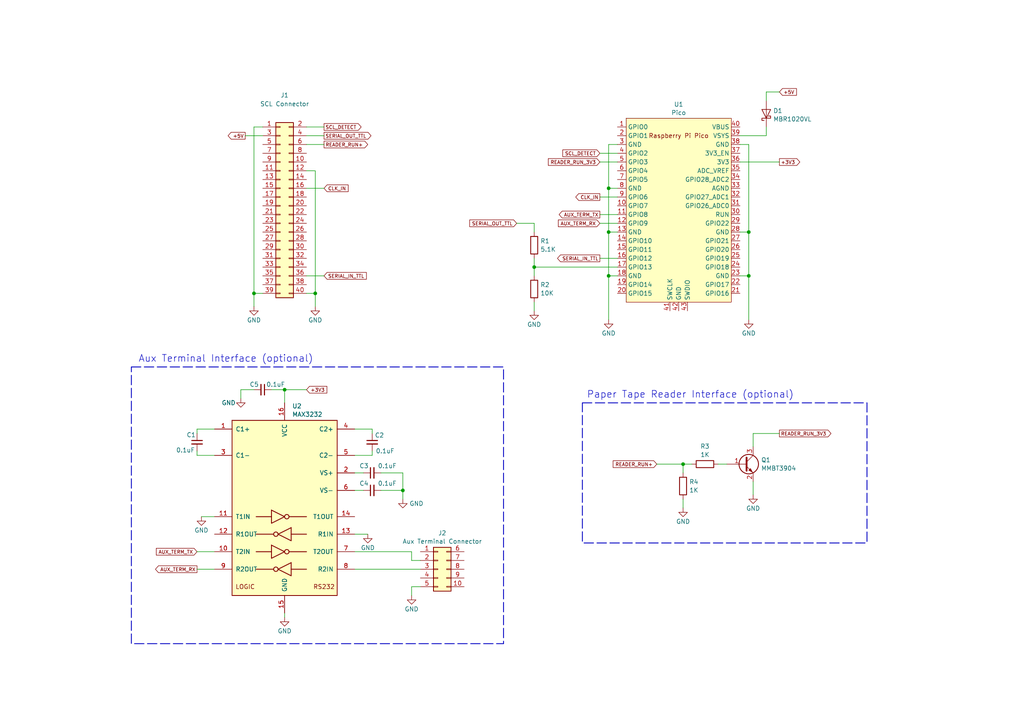
<source format=kicad_sch>
(kicad_sch
	(version 20231120)
	(generator "eeschema")
	(generator_version "8.0")
	(uuid "37164ca2-14cc-4371-8109-66407c0ed8d0")
	(paper "A4")
	(title_block
		(title "PDP-11/05 Console USB Adapter V2")
		(date "2024-09-22")
		(rev "3")
		(comment 1 "Licensed under a Creative Commons Attribution 4.0 International License")
		(comment 2 "Copyright © 2024 Jay Logue")
		(comment 4 "https://github.com/jaylogue/pdp1105-console-adapter-v2")
	)
	(lib_symbols
		(symbol "Connector_Generic:Conn_02x05_Top_Bottom"
			(pin_names
				(offset 1.016) hide)
			(exclude_from_sim no)
			(in_bom yes)
			(on_board yes)
			(property "Reference" "J"
				(at 1.27 7.62 0)
				(effects
					(font
						(size 1.27 1.27)
					)
				)
			)
			(property "Value" "Conn_02x05_Top_Bottom"
				(at 1.27 -7.62 0)
				(effects
					(font
						(size 1.27 1.27)
					)
				)
			)
			(property "Footprint" ""
				(at 0 0 0)
				(effects
					(font
						(size 1.27 1.27)
					)
					(hide yes)
				)
			)
			(property "Datasheet" "~"
				(at 0 0 0)
				(effects
					(font
						(size 1.27 1.27)
					)
					(hide yes)
				)
			)
			(property "Description" "Generic connector, double row, 02x05, top/bottom pin numbering scheme (row 1: 1...pins_per_row, row2: pins_per_row+1 ... num_pins), script generated (kicad-library-utils/schlib/autogen/connector/)"
				(at 0 0 0)
				(effects
					(font
						(size 1.27 1.27)
					)
					(hide yes)
				)
			)
			(property "ki_keywords" "connector"
				(at 0 0 0)
				(effects
					(font
						(size 1.27 1.27)
					)
					(hide yes)
				)
			)
			(property "ki_fp_filters" "Connector*:*_2x??_*"
				(at 0 0 0)
				(effects
					(font
						(size 1.27 1.27)
					)
					(hide yes)
				)
			)
			(symbol "Conn_02x05_Top_Bottom_1_1"
				(rectangle
					(start -1.27 -4.953)
					(end 0 -5.207)
					(stroke
						(width 0.1524)
						(type default)
					)
					(fill
						(type none)
					)
				)
				(rectangle
					(start -1.27 -2.413)
					(end 0 -2.667)
					(stroke
						(width 0.1524)
						(type default)
					)
					(fill
						(type none)
					)
				)
				(rectangle
					(start -1.27 0.127)
					(end 0 -0.127)
					(stroke
						(width 0.1524)
						(type default)
					)
					(fill
						(type none)
					)
				)
				(rectangle
					(start -1.27 2.667)
					(end 0 2.413)
					(stroke
						(width 0.1524)
						(type default)
					)
					(fill
						(type none)
					)
				)
				(rectangle
					(start -1.27 5.207)
					(end 0 4.953)
					(stroke
						(width 0.1524)
						(type default)
					)
					(fill
						(type none)
					)
				)
				(rectangle
					(start -1.27 6.35)
					(end 3.81 -6.35)
					(stroke
						(width 0.254)
						(type default)
					)
					(fill
						(type background)
					)
				)
				(rectangle
					(start 3.81 -4.953)
					(end 2.54 -5.207)
					(stroke
						(width 0.1524)
						(type default)
					)
					(fill
						(type none)
					)
				)
				(rectangle
					(start 3.81 -2.413)
					(end 2.54 -2.667)
					(stroke
						(width 0.1524)
						(type default)
					)
					(fill
						(type none)
					)
				)
				(rectangle
					(start 3.81 0.127)
					(end 2.54 -0.127)
					(stroke
						(width 0.1524)
						(type default)
					)
					(fill
						(type none)
					)
				)
				(rectangle
					(start 3.81 2.667)
					(end 2.54 2.413)
					(stroke
						(width 0.1524)
						(type default)
					)
					(fill
						(type none)
					)
				)
				(rectangle
					(start 3.81 5.207)
					(end 2.54 4.953)
					(stroke
						(width 0.1524)
						(type default)
					)
					(fill
						(type none)
					)
				)
				(pin passive line
					(at -5.08 5.08 0)
					(length 3.81)
					(name "Pin_1"
						(effects
							(font
								(size 1.27 1.27)
							)
						)
					)
					(number "1"
						(effects
							(font
								(size 1.27 1.27)
							)
						)
					)
				)
				(pin passive line
					(at 7.62 -5.08 180)
					(length 3.81)
					(name "Pin_10"
						(effects
							(font
								(size 1.27 1.27)
							)
						)
					)
					(number "10"
						(effects
							(font
								(size 1.27 1.27)
							)
						)
					)
				)
				(pin passive line
					(at -5.08 2.54 0)
					(length 3.81)
					(name "Pin_2"
						(effects
							(font
								(size 1.27 1.27)
							)
						)
					)
					(number "2"
						(effects
							(font
								(size 1.27 1.27)
							)
						)
					)
				)
				(pin passive line
					(at -5.08 0 0)
					(length 3.81)
					(name "Pin_3"
						(effects
							(font
								(size 1.27 1.27)
							)
						)
					)
					(number "3"
						(effects
							(font
								(size 1.27 1.27)
							)
						)
					)
				)
				(pin passive line
					(at -5.08 -2.54 0)
					(length 3.81)
					(name "Pin_4"
						(effects
							(font
								(size 1.27 1.27)
							)
						)
					)
					(number "4"
						(effects
							(font
								(size 1.27 1.27)
							)
						)
					)
				)
				(pin passive line
					(at -5.08 -5.08 0)
					(length 3.81)
					(name "Pin_5"
						(effects
							(font
								(size 1.27 1.27)
							)
						)
					)
					(number "5"
						(effects
							(font
								(size 1.27 1.27)
							)
						)
					)
				)
				(pin passive line
					(at 7.62 5.08 180)
					(length 3.81)
					(name "Pin_6"
						(effects
							(font
								(size 1.27 1.27)
							)
						)
					)
					(number "6"
						(effects
							(font
								(size 1.27 1.27)
							)
						)
					)
				)
				(pin passive line
					(at 7.62 2.54 180)
					(length 3.81)
					(name "Pin_7"
						(effects
							(font
								(size 1.27 1.27)
							)
						)
					)
					(number "7"
						(effects
							(font
								(size 1.27 1.27)
							)
						)
					)
				)
				(pin passive line
					(at 7.62 0 180)
					(length 3.81)
					(name "Pin_8"
						(effects
							(font
								(size 1.27 1.27)
							)
						)
					)
					(number "8"
						(effects
							(font
								(size 1.27 1.27)
							)
						)
					)
				)
				(pin passive line
					(at 7.62 -2.54 180)
					(length 3.81)
					(name "Pin_9"
						(effects
							(font
								(size 1.27 1.27)
							)
						)
					)
					(number "9"
						(effects
							(font
								(size 1.27 1.27)
							)
						)
					)
				)
			)
		)
		(symbol "Connector_Generic:Conn_02x20_Odd_Even"
			(pin_names
				(offset 0) hide)
			(exclude_from_sim no)
			(in_bom yes)
			(on_board yes)
			(property "Reference" "J1"
				(at 1.27 32.0802 0)
				(effects
					(font
						(size 1.27 1.27)
					)
				)
			)
			(property "Value" "Console Connector"
				(at 1.27 29.5402 0)
				(effects
					(font
						(size 1.27 1.27)
					)
				)
			)
			(property "Footprint" "Connector_IDC:IDC-Header_2x20_P2.54mm_Vertical"
				(at 0 0 0)
				(effects
					(font
						(size 1.27 1.27)
					)
					(hide yes)
				)
			)
			(property "Datasheet" "~"
				(at 0 0 0)
				(effects
					(font
						(size 1.27 1.27)
					)
					(hide yes)
				)
			)
			(property "Description" ""
				(at 0 0 0)
				(effects
					(font
						(size 1.27 1.27)
					)
					(hide yes)
				)
			)
			(property "ki_keywords" "connector"
				(at 0 0 0)
				(effects
					(font
						(size 1.27 1.27)
					)
					(hide yes)
				)
			)
			(property "ki_fp_filters" "Connector*:*_2x??_*"
				(at 0 0 0)
				(effects
					(font
						(size 1.27 1.27)
					)
					(hide yes)
				)
			)
			(symbol "Conn_02x20_Odd_Even_1_1"
				(rectangle
					(start -1.27 -25.273)
					(end 0 -25.527)
					(stroke
						(width 0.1524)
						(type default)
					)
					(fill
						(type none)
					)
				)
				(rectangle
					(start -1.27 -22.733)
					(end 0 -22.987)
					(stroke
						(width 0.1524)
						(type default)
					)
					(fill
						(type none)
					)
				)
				(rectangle
					(start -1.27 -20.193)
					(end 0 -20.447)
					(stroke
						(width 0.1524)
						(type default)
					)
					(fill
						(type none)
					)
				)
				(rectangle
					(start -1.27 -17.653)
					(end 0 -17.907)
					(stroke
						(width 0.1524)
						(type default)
					)
					(fill
						(type none)
					)
				)
				(rectangle
					(start -1.27 -15.113)
					(end 0 -15.367)
					(stroke
						(width 0.1524)
						(type default)
					)
					(fill
						(type none)
					)
				)
				(rectangle
					(start -1.27 -12.573)
					(end 0 -12.827)
					(stroke
						(width 0.1524)
						(type default)
					)
					(fill
						(type none)
					)
				)
				(rectangle
					(start -1.27 -10.033)
					(end 0 -10.287)
					(stroke
						(width 0.1524)
						(type default)
					)
					(fill
						(type none)
					)
				)
				(rectangle
					(start -1.27 -7.493)
					(end 0 -7.747)
					(stroke
						(width 0.1524)
						(type default)
					)
					(fill
						(type none)
					)
				)
				(rectangle
					(start -1.27 -4.953)
					(end 0 -5.207)
					(stroke
						(width 0.1524)
						(type default)
					)
					(fill
						(type none)
					)
				)
				(rectangle
					(start -1.27 -2.413)
					(end 0 -2.667)
					(stroke
						(width 0.1524)
						(type default)
					)
					(fill
						(type none)
					)
				)
				(rectangle
					(start -1.27 0.127)
					(end 0 -0.127)
					(stroke
						(width 0.1524)
						(type default)
					)
					(fill
						(type none)
					)
				)
				(rectangle
					(start -1.27 2.667)
					(end 0 2.413)
					(stroke
						(width 0.1524)
						(type default)
					)
					(fill
						(type none)
					)
				)
				(rectangle
					(start -1.27 5.207)
					(end 0 4.953)
					(stroke
						(width 0.1524)
						(type default)
					)
					(fill
						(type none)
					)
				)
				(rectangle
					(start -1.27 7.747)
					(end 0 7.493)
					(stroke
						(width 0.1524)
						(type default)
					)
					(fill
						(type none)
					)
				)
				(rectangle
					(start -1.27 10.287)
					(end 0 10.033)
					(stroke
						(width 0.1524)
						(type default)
					)
					(fill
						(type none)
					)
				)
				(rectangle
					(start -1.27 12.827)
					(end 0 12.573)
					(stroke
						(width 0.1524)
						(type default)
					)
					(fill
						(type none)
					)
				)
				(rectangle
					(start -1.27 15.367)
					(end 0 15.113)
					(stroke
						(width 0.1524)
						(type default)
					)
					(fill
						(type none)
					)
				)
				(rectangle
					(start -1.27 17.907)
					(end 0 17.653)
					(stroke
						(width 0.1524)
						(type default)
					)
					(fill
						(type none)
					)
				)
				(rectangle
					(start -1.27 20.447)
					(end 0 20.193)
					(stroke
						(width 0.1524)
						(type default)
					)
					(fill
						(type none)
					)
				)
				(rectangle
					(start -1.27 22.987)
					(end 0 22.733)
					(stroke
						(width 0.1524)
						(type default)
					)
					(fill
						(type none)
					)
				)
				(rectangle
					(start -1.27 24.13)
					(end 3.81 -26.67)
					(stroke
						(width 0.254)
						(type default)
					)
					(fill
						(type background)
					)
				)
				(rectangle
					(start 3.81 -25.273)
					(end 2.54 -25.527)
					(stroke
						(width 0.1524)
						(type default)
					)
					(fill
						(type none)
					)
				)
				(rectangle
					(start 3.81 -22.733)
					(end 2.54 -22.987)
					(stroke
						(width 0.1524)
						(type default)
					)
					(fill
						(type none)
					)
				)
				(rectangle
					(start 3.81 -20.193)
					(end 2.54 -20.447)
					(stroke
						(width 0.1524)
						(type default)
					)
					(fill
						(type none)
					)
				)
				(rectangle
					(start 3.81 -17.653)
					(end 2.54 -17.907)
					(stroke
						(width 0.1524)
						(type default)
					)
					(fill
						(type none)
					)
				)
				(rectangle
					(start 3.81 -15.113)
					(end 2.54 -15.367)
					(stroke
						(width 0.1524)
						(type default)
					)
					(fill
						(type none)
					)
				)
				(rectangle
					(start 3.81 -12.573)
					(end 2.54 -12.827)
					(stroke
						(width 0.1524)
						(type default)
					)
					(fill
						(type none)
					)
				)
				(rectangle
					(start 3.81 -10.033)
					(end 2.54 -10.287)
					(stroke
						(width 0.1524)
						(type default)
					)
					(fill
						(type none)
					)
				)
				(rectangle
					(start 3.81 -7.493)
					(end 2.54 -7.747)
					(stroke
						(width 0.1524)
						(type default)
					)
					(fill
						(type none)
					)
				)
				(rectangle
					(start 3.81 -4.953)
					(end 2.54 -5.207)
					(stroke
						(width 0.1524)
						(type default)
					)
					(fill
						(type none)
					)
				)
				(rectangle
					(start 3.81 -2.413)
					(end 2.54 -2.667)
					(stroke
						(width 0.1524)
						(type default)
					)
					(fill
						(type none)
					)
				)
				(rectangle
					(start 3.81 0.127)
					(end 2.54 -0.127)
					(stroke
						(width 0.1524)
						(type default)
					)
					(fill
						(type none)
					)
				)
				(rectangle
					(start 3.81 2.667)
					(end 2.54 2.413)
					(stroke
						(width 0.1524)
						(type default)
					)
					(fill
						(type none)
					)
				)
				(rectangle
					(start 3.81 5.207)
					(end 2.54 4.953)
					(stroke
						(width 0.1524)
						(type default)
					)
					(fill
						(type none)
					)
				)
				(rectangle
					(start 3.81 7.747)
					(end 2.54 7.493)
					(stroke
						(width 0.1524)
						(type default)
					)
					(fill
						(type none)
					)
				)
				(rectangle
					(start 3.81 10.287)
					(end 2.54 10.033)
					(stroke
						(width 0.1524)
						(type default)
					)
					(fill
						(type none)
					)
				)
				(rectangle
					(start 3.81 12.827)
					(end 2.54 12.573)
					(stroke
						(width 0.1524)
						(type default)
					)
					(fill
						(type none)
					)
				)
				(rectangle
					(start 3.81 15.367)
					(end 2.54 15.113)
					(stroke
						(width 0.1524)
						(type default)
					)
					(fill
						(type none)
					)
				)
				(rectangle
					(start 3.81 17.907)
					(end 2.54 17.653)
					(stroke
						(width 0.1524)
						(type default)
					)
					(fill
						(type none)
					)
				)
				(rectangle
					(start 3.81 20.447)
					(end 2.54 20.193)
					(stroke
						(width 0.1524)
						(type default)
					)
					(fill
						(type none)
					)
				)
				(rectangle
					(start 3.81 22.987)
					(end 2.54 22.733)
					(stroke
						(width 0.1524)
						(type default)
					)
					(fill
						(type none)
					)
				)
				(pin passive line
					(at -5.08 22.86 0)
					(length 3.81)
					(name "GND"
						(effects
							(font
								(size 1.27 1.27)
							)
						)
					)
					(number "1"
						(effects
							(font
								(size 1.27 1.27)
							)
						)
					)
				)
				(pin passive line
					(at 7.62 12.7 180)
					(length 3.81)
					(name "-SERIAL_OUT_20MA"
						(effects
							(font
								(size 1.27 1.27)
							)
						)
					)
					(number "10"
						(effects
							(font
								(size 1.27 1.27)
							)
						)
					)
				)
				(pin passive line
					(at -5.08 10.16 0)
					(length 3.81)
					(name "NC"
						(effects
							(font
								(size 1.27 1.27)
							)
						)
					)
					(number "11"
						(effects
							(font
								(size 1.27 1.27)
							)
						)
					)
				)
				(pin passive line
					(at 7.62 10.16 180)
					(length 3.81)
					(name "CLK_DISAB"
						(effects
							(font
								(size 1.27 1.27)
							)
						)
					)
					(number "12"
						(effects
							(font
								(size 1.27 1.27)
							)
						)
					)
				)
				(pin passive line
					(at -5.08 7.62 0)
					(length 3.81)
					(name "NC"
						(effects
							(font
								(size 1.27 1.27)
							)
						)
					)
					(number "13"
						(effects
							(font
								(size 1.27 1.27)
							)
						)
					)
				)
				(pin passive line
					(at 7.62 7.62 180)
					(length 3.81)
					(name "-READER_RUN_20MA"
						(effects
							(font
								(size 1.27 1.27)
							)
						)
					)
					(number "14"
						(effects
							(font
								(size 1.27 1.27)
							)
						)
					)
				)
				(pin passive line
					(at -5.08 5.08 0)
					(length 3.81)
					(name "NC"
						(effects
							(font
								(size 1.27 1.27)
							)
						)
					)
					(number "15"
						(effects
							(font
								(size 1.27 1.27)
							)
						)
					)
				)
				(pin passive line
					(at 7.62 5.08 180)
					(length 3.81)
					(name "CLK_IN"
						(effects
							(font
								(size 1.27 1.27)
							)
						)
					)
					(number "16"
						(effects
							(font
								(size 1.27 1.27)
							)
						)
					)
				)
				(pin passive line
					(at -5.08 2.54 0)
					(length 3.81)
					(name "NC"
						(effects
							(font
								(size 1.27 1.27)
							)
						)
					)
					(number "17"
						(effects
							(font
								(size 1.27 1.27)
							)
						)
					)
				)
				(pin passive line
					(at 7.62 2.54 180)
					(length 3.81)
					(name "+SERIAL_OUT_20MA"
						(effects
							(font
								(size 1.27 1.27)
							)
						)
					)
					(number "18"
						(effects
							(font
								(size 1.27 1.27)
							)
						)
					)
				)
				(pin passive line
					(at -5.08 0 0)
					(length 3.81)
					(name "NC"
						(effects
							(font
								(size 1.27 1.27)
							)
						)
					)
					(number "19"
						(effects
							(font
								(size 1.27 1.27)
							)
						)
					)
				)
				(pin passive line
					(at 7.62 22.86 180)
					(length 3.81)
					(name "GND"
						(effects
							(font
								(size 1.27 1.27)
							)
						)
					)
					(number "2"
						(effects
							(font
								(size 1.27 1.27)
							)
						)
					)
				)
				(pin passive line
					(at 7.62 0 180)
					(length 3.81)
					(name "NC"
						(effects
							(font
								(size 1.27 1.27)
							)
						)
					)
					(number "20"
						(effects
							(font
								(size 1.27 1.27)
							)
						)
					)
				)
				(pin passive line
					(at -5.08 -2.54 0)
					(length 3.81)
					(name "NC"
						(effects
							(font
								(size 1.27 1.27)
							)
						)
					)
					(number "21"
						(effects
							(font
								(size 1.27 1.27)
							)
						)
					)
				)
				(pin passive line
					(at 7.62 -2.54 180)
					(length 3.81)
					(name "NC"
						(effects
							(font
								(size 1.27 1.27)
							)
						)
					)
					(number "22"
						(effects
							(font
								(size 1.27 1.27)
							)
						)
					)
				)
				(pin passive line
					(at -5.08 -5.08 0)
					(length 3.81)
					(name "NC"
						(effects
							(font
								(size 1.27 1.27)
							)
						)
					)
					(number "23"
						(effects
							(font
								(size 1.27 1.27)
							)
						)
					)
				)
				(pin passive line
					(at 7.62 -5.08 180)
					(length 3.81)
					(name "-15V"
						(effects
							(font
								(size 1.27 1.27)
							)
						)
					)
					(number "24"
						(effects
							(font
								(size 1.27 1.27)
							)
						)
					)
				)
				(pin passive line
					(at -5.08 -7.62 0)
					(length 3.81)
					(name "NC"
						(effects
							(font
								(size 1.27 1.27)
							)
						)
					)
					(number "25"
						(effects
							(font
								(size 1.27 1.27)
							)
						)
					)
				)
				(pin passive line
					(at 7.62 -7.62 180)
					(length 3.81)
					(name "-SERIAL_IN_20MA"
						(effects
							(font
								(size 1.27 1.27)
							)
						)
					)
					(number "26"
						(effects
							(font
								(size 1.27 1.27)
							)
						)
					)
				)
				(pin passive line
					(at -5.08 -10.16 0)
					(length 3.81)
					(name "NC"
						(effects
							(font
								(size 1.27 1.27)
							)
						)
					)
					(number "27"
						(effects
							(font
								(size 1.27 1.27)
							)
						)
					)
				)
				(pin passive line
					(at 7.62 -10.16 180)
					(length 3.81)
					(name "NC"
						(effects
							(font
								(size 1.27 1.27)
							)
						)
					)
					(number "28"
						(effects
							(font
								(size 1.27 1.27)
							)
						)
					)
				)
				(pin passive line
					(at -5.08 -12.7 0)
					(length 3.81)
					(name "NC"
						(effects
							(font
								(size 1.27 1.27)
							)
						)
					)
					(number "29"
						(effects
							(font
								(size 1.27 1.27)
							)
						)
					)
				)
				(pin passive line
					(at -5.08 20.32 0)
					(length 3.81)
					(name "+5V"
						(effects
							(font
								(size 1.27 1.27)
							)
						)
					)
					(number "3"
						(effects
							(font
								(size 1.27 1.27)
							)
						)
					)
				)
				(pin passive line
					(at 7.62 -12.7 180)
					(length 3.81)
					(name "NC"
						(effects
							(font
								(size 1.27 1.27)
							)
						)
					)
					(number "30"
						(effects
							(font
								(size 1.27 1.27)
							)
						)
					)
				)
				(pin passive line
					(at -5.08 -15.24 0)
					(length 3.81)
					(name "NC"
						(effects
							(font
								(size 1.27 1.27)
							)
						)
					)
					(number "31"
						(effects
							(font
								(size 1.27 1.27)
							)
						)
					)
				)
				(pin passive line
					(at 7.62 -15.24 180)
					(length 3.81)
					(name "+SERIAL_IN_20MA"
						(effects
							(font
								(size 1.27 1.27)
							)
						)
					)
					(number "32"
						(effects
							(font
								(size 1.27 1.27)
							)
						)
					)
				)
				(pin passive line
					(at -5.08 -17.78 0)
					(length 3.81)
					(name "NC"
						(effects
							(font
								(size 1.27 1.27)
							)
						)
					)
					(number "33"
						(effects
							(font
								(size 1.27 1.27)
							)
						)
					)
				)
				(pin passive line
					(at 7.62 -17.78 180)
					(length 3.81)
					(name "INTERLOCK_20MA"
						(effects
							(font
								(size 1.27 1.27)
							)
						)
					)
					(number "34"
						(effects
							(font
								(size 1.27 1.27)
							)
						)
					)
				)
				(pin passive line
					(at -5.08 -20.32 0)
					(length 3.81)
					(name "NC"
						(effects
							(font
								(size 1.27 1.27)
							)
						)
					)
					(number "35"
						(effects
							(font
								(size 1.27 1.27)
							)
						)
					)
				)
				(pin passive line
					(at 7.62 -20.32 180)
					(length 3.81)
					(name "SERIAL_IN_TTL"
						(effects
							(font
								(size 1.27 1.27)
							)
						)
					)
					(number "36"
						(effects
							(font
								(size 1.27 1.27)
							)
						)
					)
				)
				(pin passive line
					(at -5.08 -22.86 0)
					(length 3.81)
					(name "NC"
						(effects
							(font
								(size 1.27 1.27)
							)
						)
					)
					(number "37"
						(effects
							(font
								(size 1.27 1.27)
							)
						)
					)
				)
				(pin passive line
					(at 7.62 -22.86 180)
					(length 3.81)
					(name "NC"
						(effects
							(font
								(size 1.27 1.27)
							)
						)
					)
					(number "38"
						(effects
							(font
								(size 1.27 1.27)
							)
						)
					)
				)
				(pin passive line
					(at -5.08 -25.4 0)
					(length 3.81)
					(name "GND"
						(effects
							(font
								(size 1.27 1.27)
							)
						)
					)
					(number "39"
						(effects
							(font
								(size 1.27 1.27)
							)
						)
					)
				)
				(pin passive line
					(at 7.62 20.32 180)
					(length 3.81)
					(name "SERIAL_OUT_TTL"
						(effects
							(font
								(size 1.27 1.27)
							)
						)
					)
					(number "4"
						(effects
							(font
								(size 1.27 1.27)
							)
						)
					)
				)
				(pin passive line
					(at 7.62 -25.4 180)
					(length 3.81)
					(name "GND"
						(effects
							(font
								(size 1.27 1.27)
							)
						)
					)
					(number "40"
						(effects
							(font
								(size 1.27 1.27)
							)
						)
					)
				)
				(pin passive line
					(at -5.08 17.78 0)
					(length 3.81)
					(name "NC"
						(effects
							(font
								(size 1.27 1.27)
							)
						)
					)
					(number "5"
						(effects
							(font
								(size 1.27 1.27)
							)
						)
					)
				)
				(pin passive line
					(at 7.62 17.78 180)
					(length 3.81)
					(name "+READER_RUN_20MA"
						(effects
							(font
								(size 1.27 1.27)
							)
						)
					)
					(number "6"
						(effects
							(font
								(size 1.27 1.27)
							)
						)
					)
				)
				(pin passive line
					(at -5.08 15.24 0)
					(length 3.81)
					(name "NC"
						(effects
							(font
								(size 1.27 1.27)
							)
						)
					)
					(number "7"
						(effects
							(font
								(size 1.27 1.27)
							)
						)
					)
				)
				(pin passive line
					(at 7.62 15.24 180)
					(length 3.81)
					(name "NC"
						(effects
							(font
								(size 1.27 1.27)
							)
						)
					)
					(number "8"
						(effects
							(font
								(size 1.27 1.27)
							)
						)
					)
				)
				(pin passive line
					(at -5.08 12.7 0)
					(length 3.81)
					(name "NC"
						(effects
							(font
								(size 1.27 1.27)
							)
						)
					)
					(number "9"
						(effects
							(font
								(size 1.27 1.27)
							)
						)
					)
				)
			)
		)
		(symbol "Device:C_Small"
			(pin_numbers hide)
			(pin_names
				(offset 0.254) hide)
			(exclude_from_sim no)
			(in_bom yes)
			(on_board yes)
			(property "Reference" "C"
				(at 0.254 1.778 0)
				(effects
					(font
						(size 1.27 1.27)
					)
					(justify left)
				)
			)
			(property "Value" "C_Small"
				(at 0.254 -2.032 0)
				(effects
					(font
						(size 1.27 1.27)
					)
					(justify left)
				)
			)
			(property "Footprint" ""
				(at 0 0 0)
				(effects
					(font
						(size 1.27 1.27)
					)
					(hide yes)
				)
			)
			(property "Datasheet" "~"
				(at 0 0 0)
				(effects
					(font
						(size 1.27 1.27)
					)
					(hide yes)
				)
			)
			(property "Description" "Unpolarized capacitor, small symbol"
				(at 0 0 0)
				(effects
					(font
						(size 1.27 1.27)
					)
					(hide yes)
				)
			)
			(property "ki_keywords" "capacitor cap"
				(at 0 0 0)
				(effects
					(font
						(size 1.27 1.27)
					)
					(hide yes)
				)
			)
			(property "ki_fp_filters" "C_*"
				(at 0 0 0)
				(effects
					(font
						(size 1.27 1.27)
					)
					(hide yes)
				)
			)
			(symbol "C_Small_0_1"
				(polyline
					(pts
						(xy -1.524 -0.508) (xy 1.524 -0.508)
					)
					(stroke
						(width 0.3302)
						(type default)
					)
					(fill
						(type none)
					)
				)
				(polyline
					(pts
						(xy -1.524 0.508) (xy 1.524 0.508)
					)
					(stroke
						(width 0.3048)
						(type default)
					)
					(fill
						(type none)
					)
				)
			)
			(symbol "C_Small_1_1"
				(pin passive line
					(at 0 2.54 270)
					(length 2.032)
					(name "~"
						(effects
							(font
								(size 1.27 1.27)
							)
						)
					)
					(number "1"
						(effects
							(font
								(size 1.27 1.27)
							)
						)
					)
				)
				(pin passive line
					(at 0 -2.54 90)
					(length 2.032)
					(name "~"
						(effects
							(font
								(size 1.27 1.27)
							)
						)
					)
					(number "2"
						(effects
							(font
								(size 1.27 1.27)
							)
						)
					)
				)
			)
		)
		(symbol "Device:R"
			(pin_numbers hide)
			(pin_names
				(offset 0)
			)
			(exclude_from_sim no)
			(in_bom yes)
			(on_board yes)
			(property "Reference" "R"
				(at 2.032 0 90)
				(effects
					(font
						(size 1.27 1.27)
					)
				)
			)
			(property "Value" "R"
				(at 0 0 90)
				(effects
					(font
						(size 1.27 1.27)
					)
				)
			)
			(property "Footprint" ""
				(at -1.778 0 90)
				(effects
					(font
						(size 1.27 1.27)
					)
					(hide yes)
				)
			)
			(property "Datasheet" "~"
				(at 0 0 0)
				(effects
					(font
						(size 1.27 1.27)
					)
					(hide yes)
				)
			)
			(property "Description" "Resistor"
				(at 0 0 0)
				(effects
					(font
						(size 1.27 1.27)
					)
					(hide yes)
				)
			)
			(property "ki_keywords" "R res resistor"
				(at 0 0 0)
				(effects
					(font
						(size 1.27 1.27)
					)
					(hide yes)
				)
			)
			(property "ki_fp_filters" "R_*"
				(at 0 0 0)
				(effects
					(font
						(size 1.27 1.27)
					)
					(hide yes)
				)
			)
			(symbol "R_0_1"
				(rectangle
					(start -1.016 -2.54)
					(end 1.016 2.54)
					(stroke
						(width 0.254)
						(type default)
					)
					(fill
						(type none)
					)
				)
			)
			(symbol "R_1_1"
				(pin passive line
					(at 0 3.81 270)
					(length 1.27)
					(name "~"
						(effects
							(font
								(size 1.27 1.27)
							)
						)
					)
					(number "1"
						(effects
							(font
								(size 1.27 1.27)
							)
						)
					)
				)
				(pin passive line
					(at 0 -3.81 90)
					(length 1.27)
					(name "~"
						(effects
							(font
								(size 1.27 1.27)
							)
						)
					)
					(number "2"
						(effects
							(font
								(size 1.27 1.27)
							)
						)
					)
				)
			)
		)
		(symbol "Diode:MBR1020VL"
			(pin_numbers hide)
			(pin_names hide)
			(exclude_from_sim no)
			(in_bom yes)
			(on_board yes)
			(property "Reference" "D"
				(at 0 2.54 0)
				(effects
					(font
						(size 1.27 1.27)
					)
				)
			)
			(property "Value" "MBR1020VL"
				(at 0 -2.54 0)
				(effects
					(font
						(size 1.27 1.27)
					)
				)
			)
			(property "Footprint" "Diode_SMD:D_SOD-123F"
				(at 0 -4.445 0)
				(effects
					(font
						(size 1.27 1.27)
					)
					(hide yes)
				)
			)
			(property "Datasheet" "https://www.onsemi.com/pub/Collateral/MBR1020VL-D.PDF"
				(at 0 0 0)
				(effects
					(font
						(size 1.27 1.27)
					)
					(hide yes)
				)
			)
			(property "Description" "20V, 1A, 340 mV, Schottky Diode Rectifier, SOD-123F"
				(at 0 0 0)
				(effects
					(font
						(size 1.27 1.27)
					)
					(hide yes)
				)
			)
			(property "ki_keywords" "forward voltage diode"
				(at 0 0 0)
				(effects
					(font
						(size 1.27 1.27)
					)
					(hide yes)
				)
			)
			(property "ki_fp_filters" "D*SOD?123F*"
				(at 0 0 0)
				(effects
					(font
						(size 1.27 1.27)
					)
					(hide yes)
				)
			)
			(symbol "MBR1020VL_0_1"
				(polyline
					(pts
						(xy 1.27 0) (xy -1.27 0)
					)
					(stroke
						(width 0)
						(type default)
					)
					(fill
						(type none)
					)
				)
				(polyline
					(pts
						(xy 1.27 1.27) (xy 1.27 -1.27) (xy -1.27 0) (xy 1.27 1.27)
					)
					(stroke
						(width 0.2032)
						(type default)
					)
					(fill
						(type none)
					)
				)
				(polyline
					(pts
						(xy -1.905 0.635) (xy -1.905 1.27) (xy -1.27 1.27) (xy -1.27 -1.27) (xy -0.635 -1.27) (xy -0.635 -0.635)
					)
					(stroke
						(width 0.2032)
						(type default)
					)
					(fill
						(type none)
					)
				)
			)
			(symbol "MBR1020VL_1_1"
				(pin passive line
					(at -3.81 0 0)
					(length 2.54)
					(name "K"
						(effects
							(font
								(size 1.27 1.27)
							)
						)
					)
					(number "1"
						(effects
							(font
								(size 1.27 1.27)
							)
						)
					)
				)
				(pin passive line
					(at 3.81 0 180)
					(length 2.54)
					(name "A"
						(effects
							(font
								(size 1.27 1.27)
							)
						)
					)
					(number "2"
						(effects
							(font
								(size 1.27 1.27)
							)
						)
					)
				)
			)
		)
		(symbol "Interface_UART:MAX3232"
			(pin_names
				(offset 1.016)
			)
			(exclude_from_sim no)
			(in_bom yes)
			(on_board yes)
			(property "Reference" "U3"
				(at 2.1941 29.5445 0)
				(effects
					(font
						(size 1.27 1.27)
					)
					(justify left)
				)
			)
			(property "Value" "MAX3232"
				(at 2.1941 27.1202 0)
				(effects
					(font
						(size 1.27 1.27)
					)
					(justify left)
				)
			)
			(property "Footprint" ""
				(at 1.27 -26.67 0)
				(effects
					(font
						(size 1.27 1.27)
					)
					(justify left)
					(hide yes)
				)
			)
			(property "Datasheet" "https://datasheets.maximintegrated.com/en/ds/MAX3222-MAX3241.pdf"
				(at -0.254 18.796 0)
				(effects
					(font
						(size 1.27 1.27)
					)
					(hide yes)
				)
			)
			(property "Description" "3.0V to 5.5V, Low-Power, up to 1Mbps, True RS-232 Transceivers Using Four 0.1μF External Capacitors"
				(at 0 0 0)
				(effects
					(font
						(size 1.27 1.27)
					)
					(hide yes)
				)
			)
			(property "ki_keywords" "rs232 uart transceiver line-driver"
				(at 0 0 0)
				(effects
					(font
						(size 1.27 1.27)
					)
					(hide yes)
				)
			)
			(property "ki_fp_filters" "SOIC*P1.27mm* DIP*W7.62mm* TSSOP*4.4x5mm*P0.65mm*"
				(at 0 0 0)
				(effects
					(font
						(size 1.27 1.27)
					)
					(hide yes)
				)
			)
			(symbol "MAX3232_0_0"
				(text "LOGIC"
					(at -11.43 -22.86 0)
					(effects
						(font
							(size 1.27 1.27)
						)
					)
				)
				(text "RS232"
					(at 11.43 -22.86 0)
					(effects
						(font
							(size 1.27 1.27)
						)
					)
				)
			)
			(symbol "MAX3232_0_1"
				(rectangle
					(start -15.24 -25.4)
					(end 15.24 25.4)
					(stroke
						(width 0.254)
						(type default)
					)
					(fill
						(type background)
					)
				)
				(circle
					(center -2.54 -17.78)
					(radius 0.635)
					(stroke
						(width 0.254)
						(type default)
					)
					(fill
						(type none)
					)
				)
				(circle
					(center -2.54 -7.62)
					(radius 0.635)
					(stroke
						(width 0.254)
						(type default)
					)
					(fill
						(type none)
					)
				)
				(polyline
					(pts
						(xy -3.81 -12.7) (xy -8.255 -12.7)
					)
					(stroke
						(width 0.254)
						(type default)
					)
					(fill
						(type none)
					)
				)
				(polyline
					(pts
						(xy -3.81 -2.54) (xy -8.255 -2.54)
					)
					(stroke
						(width 0.254)
						(type default)
					)
					(fill
						(type none)
					)
				)
				(polyline
					(pts
						(xy -3.175 -17.78) (xy -8.255 -17.78)
					)
					(stroke
						(width 0.254)
						(type default)
					)
					(fill
						(type none)
					)
				)
				(polyline
					(pts
						(xy -3.175 -7.62) (xy -8.255 -7.62)
					)
					(stroke
						(width 0.254)
						(type default)
					)
					(fill
						(type none)
					)
				)
				(polyline
					(pts
						(xy 1.27 -12.7) (xy 6.35 -12.7)
					)
					(stroke
						(width 0.254)
						(type default)
					)
					(fill
						(type none)
					)
				)
				(polyline
					(pts
						(xy 1.27 -2.54) (xy 6.35 -2.54)
					)
					(stroke
						(width 0.254)
						(type default)
					)
					(fill
						(type none)
					)
				)
				(polyline
					(pts
						(xy 1.905 -17.78) (xy 6.35 -17.78)
					)
					(stroke
						(width 0.254)
						(type default)
					)
					(fill
						(type none)
					)
				)
				(polyline
					(pts
						(xy 1.905 -7.62) (xy 6.35 -7.62)
					)
					(stroke
						(width 0.254)
						(type default)
					)
					(fill
						(type none)
					)
				)
				(polyline
					(pts
						(xy -3.81 -10.795) (xy -3.81 -14.605) (xy 0 -12.7) (xy -3.81 -10.795)
					)
					(stroke
						(width 0.254)
						(type default)
					)
					(fill
						(type none)
					)
				)
				(polyline
					(pts
						(xy -3.81 -0.635) (xy -3.81 -4.445) (xy 0 -2.54) (xy -3.81 -0.635)
					)
					(stroke
						(width 0.254)
						(type default)
					)
					(fill
						(type none)
					)
				)
				(polyline
					(pts
						(xy 1.905 -15.875) (xy 1.905 -19.685) (xy -1.905 -17.78) (xy 1.905 -15.875)
					)
					(stroke
						(width 0.254)
						(type default)
					)
					(fill
						(type none)
					)
				)
				(polyline
					(pts
						(xy 1.905 -5.715) (xy 1.905 -9.525) (xy -1.905 -7.62) (xy 1.905 -5.715)
					)
					(stroke
						(width 0.254)
						(type default)
					)
					(fill
						(type none)
					)
				)
				(circle
					(center 0.635 -12.7)
					(radius 0.635)
					(stroke
						(width 0.254)
						(type default)
					)
					(fill
						(type none)
					)
				)
				(circle
					(center 0.635 -2.54)
					(radius 0.635)
					(stroke
						(width 0.254)
						(type default)
					)
					(fill
						(type none)
					)
				)
			)
			(symbol "MAX3232_1_1"
				(pin passive line
					(at -20.32 22.86 0)
					(length 5.08)
					(name "C1+"
						(effects
							(font
								(size 1.27 1.27)
							)
						)
					)
					(number "1"
						(effects
							(font
								(size 1.27 1.27)
							)
						)
					)
				)
				(pin input line
					(at -20.32 -12.7 0)
					(length 5.08)
					(name "T2IN"
						(effects
							(font
								(size 1.27 1.27)
							)
						)
					)
					(number "10"
						(effects
							(font
								(size 1.27 1.27)
							)
						)
					)
				)
				(pin input line
					(at -20.32 -2.54 0)
					(length 5.08)
					(name "T1IN"
						(effects
							(font
								(size 1.27 1.27)
							)
						)
					)
					(number "11"
						(effects
							(font
								(size 1.27 1.27)
							)
						)
					)
				)
				(pin output line
					(at -20.32 -7.62 0)
					(length 5.08)
					(name "R1OUT"
						(effects
							(font
								(size 1.27 1.27)
							)
						)
					)
					(number "12"
						(effects
							(font
								(size 1.27 1.27)
							)
						)
					)
				)
				(pin input line
					(at 20.32 -7.62 180)
					(length 5.08)
					(name "R1IN"
						(effects
							(font
								(size 1.27 1.27)
							)
						)
					)
					(number "13"
						(effects
							(font
								(size 1.27 1.27)
							)
						)
					)
				)
				(pin output line
					(at 20.32 -2.54 180)
					(length 5.08)
					(name "T1OUT"
						(effects
							(font
								(size 1.27 1.27)
							)
						)
					)
					(number "14"
						(effects
							(font
								(size 1.27 1.27)
							)
						)
					)
				)
				(pin power_in line
					(at 0 -30.48 90)
					(length 5.08)
					(name "GND"
						(effects
							(font
								(size 1.27 1.27)
							)
						)
					)
					(number "15"
						(effects
							(font
								(size 1.27 1.27)
							)
						)
					)
				)
				(pin power_in line
					(at 0 30.48 270)
					(length 5.08)
					(name "VCC"
						(effects
							(font
								(size 1.27 1.27)
							)
						)
					)
					(number "16"
						(effects
							(font
								(size 1.27 1.27)
							)
						)
					)
				)
				(pin power_out line
					(at 20.32 10.16 180)
					(length 5.08)
					(name "VS+"
						(effects
							(font
								(size 1.27 1.27)
							)
						)
					)
					(number "2"
						(effects
							(font
								(size 1.27 1.27)
							)
						)
					)
				)
				(pin passive line
					(at -20.32 15.24 0)
					(length 5.08)
					(name "C1-"
						(effects
							(font
								(size 1.27 1.27)
							)
						)
					)
					(number "3"
						(effects
							(font
								(size 1.27 1.27)
							)
						)
					)
				)
				(pin passive line
					(at 20.32 22.86 180)
					(length 5.08)
					(name "C2+"
						(effects
							(font
								(size 1.27 1.27)
							)
						)
					)
					(number "4"
						(effects
							(font
								(size 1.27 1.27)
							)
						)
					)
				)
				(pin passive line
					(at 20.32 15.24 180)
					(length 5.08)
					(name "C2-"
						(effects
							(font
								(size 1.27 1.27)
							)
						)
					)
					(number "5"
						(effects
							(font
								(size 1.27 1.27)
							)
						)
					)
				)
				(pin power_out line
					(at 20.32 5.08 180)
					(length 5.08)
					(name "VS-"
						(effects
							(font
								(size 1.27 1.27)
							)
						)
					)
					(number "6"
						(effects
							(font
								(size 1.27 1.27)
							)
						)
					)
				)
				(pin output line
					(at 20.32 -12.7 180)
					(length 5.08)
					(name "T2OUT"
						(effects
							(font
								(size 1.27 1.27)
							)
						)
					)
					(number "7"
						(effects
							(font
								(size 1.27 1.27)
							)
						)
					)
				)
				(pin input line
					(at 20.32 -17.78 180)
					(length 5.08)
					(name "R2IN"
						(effects
							(font
								(size 1.27 1.27)
							)
						)
					)
					(number "8"
						(effects
							(font
								(size 1.27 1.27)
							)
						)
					)
				)
				(pin output line
					(at -20.32 -17.78 0)
					(length 5.08)
					(name "R2OUT"
						(effects
							(font
								(size 1.27 1.27)
							)
						)
					)
					(number "9"
						(effects
							(font
								(size 1.27 1.27)
							)
						)
					)
				)
			)
		)
		(symbol "MCU_RaspberryPi_and_Boards:Pico"
			(exclude_from_sim no)
			(in_bom yes)
			(on_board yes)
			(property "Reference" "U"
				(at -13.97 27.94 0)
				(effects
					(font
						(size 1.27 1.27)
					)
				)
			)
			(property "Value" "Pico"
				(at 0 19.05 0)
				(effects
					(font
						(size 1.27 1.27)
					)
				)
			)
			(property "Footprint" "RPi_Pico:RPi_Pico_SMD_TH"
				(at 0 0 90)
				(effects
					(font
						(size 1.27 1.27)
					)
					(hide yes)
				)
			)
			(property "Datasheet" ""
				(at 0 0 0)
				(effects
					(font
						(size 1.27 1.27)
					)
					(hide yes)
				)
			)
			(property "Description" ""
				(at 0 0 0)
				(effects
					(font
						(size 1.27 1.27)
					)
					(hide yes)
				)
			)
			(symbol "Pico_0_0"
				(text "Raspberry Pi Pico"
					(at 0 21.59 0)
					(effects
						(font
							(size 1.27 1.27)
						)
					)
				)
			)
			(symbol "Pico_0_1"
				(rectangle
					(start -15.24 26.67)
					(end 15.24 -26.67)
					(stroke
						(width 0)
						(type default)
					)
					(fill
						(type background)
					)
				)
			)
			(symbol "Pico_1_1"
				(pin bidirectional line
					(at -17.78 24.13 0)
					(length 2.54)
					(name "GPIO0"
						(effects
							(font
								(size 1.27 1.27)
							)
						)
					)
					(number "1"
						(effects
							(font
								(size 1.27 1.27)
							)
						)
					)
				)
				(pin bidirectional line
					(at -17.78 1.27 0)
					(length 2.54)
					(name "GPIO7"
						(effects
							(font
								(size 1.27 1.27)
							)
						)
					)
					(number "10"
						(effects
							(font
								(size 1.27 1.27)
							)
						)
					)
				)
				(pin bidirectional line
					(at -17.78 -1.27 0)
					(length 2.54)
					(name "GPIO8"
						(effects
							(font
								(size 1.27 1.27)
							)
						)
					)
					(number "11"
						(effects
							(font
								(size 1.27 1.27)
							)
						)
					)
				)
				(pin bidirectional line
					(at -17.78 -3.81 0)
					(length 2.54)
					(name "GPIO9"
						(effects
							(font
								(size 1.27 1.27)
							)
						)
					)
					(number "12"
						(effects
							(font
								(size 1.27 1.27)
							)
						)
					)
				)
				(pin power_in line
					(at -17.78 -6.35 0)
					(length 2.54)
					(name "GND"
						(effects
							(font
								(size 1.27 1.27)
							)
						)
					)
					(number "13"
						(effects
							(font
								(size 1.27 1.27)
							)
						)
					)
				)
				(pin bidirectional line
					(at -17.78 -8.89 0)
					(length 2.54)
					(name "GPIO10"
						(effects
							(font
								(size 1.27 1.27)
							)
						)
					)
					(number "14"
						(effects
							(font
								(size 1.27 1.27)
							)
						)
					)
				)
				(pin bidirectional line
					(at -17.78 -11.43 0)
					(length 2.54)
					(name "GPIO11"
						(effects
							(font
								(size 1.27 1.27)
							)
						)
					)
					(number "15"
						(effects
							(font
								(size 1.27 1.27)
							)
						)
					)
				)
				(pin bidirectional line
					(at -17.78 -13.97 0)
					(length 2.54)
					(name "GPIO12"
						(effects
							(font
								(size 1.27 1.27)
							)
						)
					)
					(number "16"
						(effects
							(font
								(size 1.27 1.27)
							)
						)
					)
				)
				(pin bidirectional line
					(at -17.78 -16.51 0)
					(length 2.54)
					(name "GPIO13"
						(effects
							(font
								(size 1.27 1.27)
							)
						)
					)
					(number "17"
						(effects
							(font
								(size 1.27 1.27)
							)
						)
					)
				)
				(pin power_in line
					(at -17.78 -19.05 0)
					(length 2.54)
					(name "GND"
						(effects
							(font
								(size 1.27 1.27)
							)
						)
					)
					(number "18"
						(effects
							(font
								(size 1.27 1.27)
							)
						)
					)
				)
				(pin bidirectional line
					(at -17.78 -21.59 0)
					(length 2.54)
					(name "GPIO14"
						(effects
							(font
								(size 1.27 1.27)
							)
						)
					)
					(number "19"
						(effects
							(font
								(size 1.27 1.27)
							)
						)
					)
				)
				(pin bidirectional line
					(at -17.78 21.59 0)
					(length 2.54)
					(name "GPIO1"
						(effects
							(font
								(size 1.27 1.27)
							)
						)
					)
					(number "2"
						(effects
							(font
								(size 1.27 1.27)
							)
						)
					)
				)
				(pin bidirectional line
					(at -17.78 -24.13 0)
					(length 2.54)
					(name "GPIO15"
						(effects
							(font
								(size 1.27 1.27)
							)
						)
					)
					(number "20"
						(effects
							(font
								(size 1.27 1.27)
							)
						)
					)
				)
				(pin bidirectional line
					(at 17.78 -24.13 180)
					(length 2.54)
					(name "GPIO16"
						(effects
							(font
								(size 1.27 1.27)
							)
						)
					)
					(number "21"
						(effects
							(font
								(size 1.27 1.27)
							)
						)
					)
				)
				(pin bidirectional line
					(at 17.78 -21.59 180)
					(length 2.54)
					(name "GPIO17"
						(effects
							(font
								(size 1.27 1.27)
							)
						)
					)
					(number "22"
						(effects
							(font
								(size 1.27 1.27)
							)
						)
					)
				)
				(pin power_in line
					(at 17.78 -19.05 180)
					(length 2.54)
					(name "GND"
						(effects
							(font
								(size 1.27 1.27)
							)
						)
					)
					(number "23"
						(effects
							(font
								(size 1.27 1.27)
							)
						)
					)
				)
				(pin bidirectional line
					(at 17.78 -16.51 180)
					(length 2.54)
					(name "GPIO18"
						(effects
							(font
								(size 1.27 1.27)
							)
						)
					)
					(number "24"
						(effects
							(font
								(size 1.27 1.27)
							)
						)
					)
				)
				(pin bidirectional line
					(at 17.78 -13.97 180)
					(length 2.54)
					(name "GPIO19"
						(effects
							(font
								(size 1.27 1.27)
							)
						)
					)
					(number "25"
						(effects
							(font
								(size 1.27 1.27)
							)
						)
					)
				)
				(pin bidirectional line
					(at 17.78 -11.43 180)
					(length 2.54)
					(name "GPIO20"
						(effects
							(font
								(size 1.27 1.27)
							)
						)
					)
					(number "26"
						(effects
							(font
								(size 1.27 1.27)
							)
						)
					)
				)
				(pin bidirectional line
					(at 17.78 -8.89 180)
					(length 2.54)
					(name "GPIO21"
						(effects
							(font
								(size 1.27 1.27)
							)
						)
					)
					(number "27"
						(effects
							(font
								(size 1.27 1.27)
							)
						)
					)
				)
				(pin power_in line
					(at 17.78 -6.35 180)
					(length 2.54)
					(name "GND"
						(effects
							(font
								(size 1.27 1.27)
							)
						)
					)
					(number "28"
						(effects
							(font
								(size 1.27 1.27)
							)
						)
					)
				)
				(pin bidirectional line
					(at 17.78 -3.81 180)
					(length 2.54)
					(name "GPIO22"
						(effects
							(font
								(size 1.27 1.27)
							)
						)
					)
					(number "29"
						(effects
							(font
								(size 1.27 1.27)
							)
						)
					)
				)
				(pin power_in line
					(at -17.78 19.05 0)
					(length 2.54)
					(name "GND"
						(effects
							(font
								(size 1.27 1.27)
							)
						)
					)
					(number "3"
						(effects
							(font
								(size 1.27 1.27)
							)
						)
					)
				)
				(pin input line
					(at 17.78 -1.27 180)
					(length 2.54)
					(name "RUN"
						(effects
							(font
								(size 1.27 1.27)
							)
						)
					)
					(number "30"
						(effects
							(font
								(size 1.27 1.27)
							)
						)
					)
				)
				(pin bidirectional line
					(at 17.78 1.27 180)
					(length 2.54)
					(name "GPIO26_ADC0"
						(effects
							(font
								(size 1.27 1.27)
							)
						)
					)
					(number "31"
						(effects
							(font
								(size 1.27 1.27)
							)
						)
					)
				)
				(pin bidirectional line
					(at 17.78 3.81 180)
					(length 2.54)
					(name "GPIO27_ADC1"
						(effects
							(font
								(size 1.27 1.27)
							)
						)
					)
					(number "32"
						(effects
							(font
								(size 1.27 1.27)
							)
						)
					)
				)
				(pin power_in line
					(at 17.78 6.35 180)
					(length 2.54)
					(name "AGND"
						(effects
							(font
								(size 1.27 1.27)
							)
						)
					)
					(number "33"
						(effects
							(font
								(size 1.27 1.27)
							)
						)
					)
				)
				(pin bidirectional line
					(at 17.78 8.89 180)
					(length 2.54)
					(name "GPIO28_ADC2"
						(effects
							(font
								(size 1.27 1.27)
							)
						)
					)
					(number "34"
						(effects
							(font
								(size 1.27 1.27)
							)
						)
					)
				)
				(pin power_in line
					(at 17.78 11.43 180)
					(length 2.54)
					(name "ADC_VREF"
						(effects
							(font
								(size 1.27 1.27)
							)
						)
					)
					(number "35"
						(effects
							(font
								(size 1.27 1.27)
							)
						)
					)
				)
				(pin power_in line
					(at 17.78 13.97 180)
					(length 2.54)
					(name "3V3"
						(effects
							(font
								(size 1.27 1.27)
							)
						)
					)
					(number "36"
						(effects
							(font
								(size 1.27 1.27)
							)
						)
					)
				)
				(pin input line
					(at 17.78 16.51 180)
					(length 2.54)
					(name "3V3_EN"
						(effects
							(font
								(size 1.27 1.27)
							)
						)
					)
					(number "37"
						(effects
							(font
								(size 1.27 1.27)
							)
						)
					)
				)
				(pin bidirectional line
					(at 17.78 19.05 180)
					(length 2.54)
					(name "GND"
						(effects
							(font
								(size 1.27 1.27)
							)
						)
					)
					(number "38"
						(effects
							(font
								(size 1.27 1.27)
							)
						)
					)
				)
				(pin power_in line
					(at 17.78 21.59 180)
					(length 2.54)
					(name "VSYS"
						(effects
							(font
								(size 1.27 1.27)
							)
						)
					)
					(number "39"
						(effects
							(font
								(size 1.27 1.27)
							)
						)
					)
				)
				(pin bidirectional line
					(at -17.78 16.51 0)
					(length 2.54)
					(name "GPIO2"
						(effects
							(font
								(size 1.27 1.27)
							)
						)
					)
					(number "4"
						(effects
							(font
								(size 1.27 1.27)
							)
						)
					)
				)
				(pin power_in line
					(at 17.78 24.13 180)
					(length 2.54)
					(name "VBUS"
						(effects
							(font
								(size 1.27 1.27)
							)
						)
					)
					(number "40"
						(effects
							(font
								(size 1.27 1.27)
							)
						)
					)
				)
				(pin input line
					(at -2.54 -29.21 90)
					(length 2.54)
					(name "SWCLK"
						(effects
							(font
								(size 1.27 1.27)
							)
						)
					)
					(number "41"
						(effects
							(font
								(size 1.27 1.27)
							)
						)
					)
				)
				(pin power_in line
					(at 0 -29.21 90)
					(length 2.54)
					(name "GND"
						(effects
							(font
								(size 1.27 1.27)
							)
						)
					)
					(number "42"
						(effects
							(font
								(size 1.27 1.27)
							)
						)
					)
				)
				(pin bidirectional line
					(at 2.54 -29.21 90)
					(length 2.54)
					(name "SWDIO"
						(effects
							(font
								(size 1.27 1.27)
							)
						)
					)
					(number "43"
						(effects
							(font
								(size 1.27 1.27)
							)
						)
					)
				)
				(pin bidirectional line
					(at -17.78 13.97 0)
					(length 2.54)
					(name "GPIO3"
						(effects
							(font
								(size 1.27 1.27)
							)
						)
					)
					(number "5"
						(effects
							(font
								(size 1.27 1.27)
							)
						)
					)
				)
				(pin bidirectional line
					(at -17.78 11.43 0)
					(length 2.54)
					(name "GPIO4"
						(effects
							(font
								(size 1.27 1.27)
							)
						)
					)
					(number "6"
						(effects
							(font
								(size 1.27 1.27)
							)
						)
					)
				)
				(pin bidirectional line
					(at -17.78 8.89 0)
					(length 2.54)
					(name "GPIO5"
						(effects
							(font
								(size 1.27 1.27)
							)
						)
					)
					(number "7"
						(effects
							(font
								(size 1.27 1.27)
							)
						)
					)
				)
				(pin power_in line
					(at -17.78 6.35 0)
					(length 2.54)
					(name "GND"
						(effects
							(font
								(size 1.27 1.27)
							)
						)
					)
					(number "8"
						(effects
							(font
								(size 1.27 1.27)
							)
						)
					)
				)
				(pin bidirectional line
					(at -17.78 3.81 0)
					(length 2.54)
					(name "GPIO6"
						(effects
							(font
								(size 1.27 1.27)
							)
						)
					)
					(number "9"
						(effects
							(font
								(size 1.27 1.27)
							)
						)
					)
				)
			)
		)
		(symbol "Transistor_BJT:MMBT3904"
			(pin_names
				(offset 0) hide)
			(exclude_from_sim no)
			(in_bom yes)
			(on_board yes)
			(property "Reference" "Q"
				(at 5.08 1.905 0)
				(effects
					(font
						(size 1.27 1.27)
					)
					(justify left)
				)
			)
			(property "Value" "MMBT3904"
				(at 5.08 0 0)
				(effects
					(font
						(size 1.27 1.27)
					)
					(justify left)
				)
			)
			(property "Footprint" "Package_TO_SOT_SMD:SOT-23"
				(at 5.08 -1.905 0)
				(effects
					(font
						(size 1.27 1.27)
						(italic yes)
					)
					(justify left)
					(hide yes)
				)
			)
			(property "Datasheet" "https://www.onsemi.com/pdf/datasheet/pzt3904-d.pdf"
				(at 0 0 0)
				(effects
					(font
						(size 1.27 1.27)
					)
					(justify left)
					(hide yes)
				)
			)
			(property "Description" "0.2A Ic, 40V Vce, Small Signal NPN Transistor, SOT-23"
				(at 0 0 0)
				(effects
					(font
						(size 1.27 1.27)
					)
					(hide yes)
				)
			)
			(property "ki_keywords" "NPN Transistor"
				(at 0 0 0)
				(effects
					(font
						(size 1.27 1.27)
					)
					(hide yes)
				)
			)
			(property "ki_fp_filters" "SOT?23*"
				(at 0 0 0)
				(effects
					(font
						(size 1.27 1.27)
					)
					(hide yes)
				)
			)
			(symbol "MMBT3904_0_1"
				(polyline
					(pts
						(xy 0.635 0.635) (xy 2.54 2.54)
					)
					(stroke
						(width 0)
						(type default)
					)
					(fill
						(type none)
					)
				)
				(polyline
					(pts
						(xy 0.635 -0.635) (xy 2.54 -2.54) (xy 2.54 -2.54)
					)
					(stroke
						(width 0)
						(type default)
					)
					(fill
						(type none)
					)
				)
				(polyline
					(pts
						(xy 0.635 1.905) (xy 0.635 -1.905) (xy 0.635 -1.905)
					)
					(stroke
						(width 0.508)
						(type default)
					)
					(fill
						(type none)
					)
				)
				(polyline
					(pts
						(xy 1.27 -1.778) (xy 1.778 -1.27) (xy 2.286 -2.286) (xy 1.27 -1.778) (xy 1.27 -1.778)
					)
					(stroke
						(width 0)
						(type default)
					)
					(fill
						(type outline)
					)
				)
				(circle
					(center 1.27 0)
					(radius 2.8194)
					(stroke
						(width 0.254)
						(type default)
					)
					(fill
						(type none)
					)
				)
			)
			(symbol "MMBT3904_1_1"
				(pin input line
					(at -5.08 0 0)
					(length 5.715)
					(name "B"
						(effects
							(font
								(size 1.27 1.27)
							)
						)
					)
					(number "1"
						(effects
							(font
								(size 1.27 1.27)
							)
						)
					)
				)
				(pin passive line
					(at 2.54 -5.08 90)
					(length 2.54)
					(name "E"
						(effects
							(font
								(size 1.27 1.27)
							)
						)
					)
					(number "2"
						(effects
							(font
								(size 1.27 1.27)
							)
						)
					)
				)
				(pin passive line
					(at 2.54 5.08 270)
					(length 2.54)
					(name "C"
						(effects
							(font
								(size 1.27 1.27)
							)
						)
					)
					(number "3"
						(effects
							(font
								(size 1.27 1.27)
							)
						)
					)
				)
			)
		)
		(symbol "power:GND"
			(power)
			(pin_names
				(offset 0)
			)
			(exclude_from_sim no)
			(in_bom yes)
			(on_board yes)
			(property "Reference" "#PWR"
				(at 0 -6.35 0)
				(effects
					(font
						(size 1.27 1.27)
					)
					(hide yes)
				)
			)
			(property "Value" "GND"
				(at 0 -3.81 0)
				(effects
					(font
						(size 1.27 1.27)
					)
				)
			)
			(property "Footprint" ""
				(at 0 0 0)
				(effects
					(font
						(size 1.27 1.27)
					)
					(hide yes)
				)
			)
			(property "Datasheet" ""
				(at 0 0 0)
				(effects
					(font
						(size 1.27 1.27)
					)
					(hide yes)
				)
			)
			(property "Description" "Power symbol creates a global label with name \"GND\" , ground"
				(at 0 0 0)
				(effects
					(font
						(size 1.27 1.27)
					)
					(hide yes)
				)
			)
			(property "ki_keywords" "global power"
				(at 0 0 0)
				(effects
					(font
						(size 1.27 1.27)
					)
					(hide yes)
				)
			)
			(symbol "GND_0_1"
				(polyline
					(pts
						(xy 0 0) (xy 0 -1.27) (xy 1.27 -1.27) (xy 0 -2.54) (xy -1.27 -1.27) (xy 0 -1.27)
					)
					(stroke
						(width 0)
						(type default)
					)
					(fill
						(type none)
					)
				)
			)
			(symbol "GND_1_1"
				(pin power_in line
					(at 0 0 270)
					(length 0) hide
					(name "GND"
						(effects
							(font
								(size 1.27 1.27)
							)
						)
					)
					(number "1"
						(effects
							(font
								(size 1.27 1.27)
							)
						)
					)
				)
			)
		)
	)
	(junction
		(at 176.53 54.61)
		(diameter 0)
		(color 0 0 0 0)
		(uuid "1234c7a7-c48a-4d39-8312-a119fa5539bd")
	)
	(junction
		(at 176.53 67.31)
		(diameter 0)
		(color 0 0 0 0)
		(uuid "20df0220-e636-4f67-84d8-da4c4d370385")
	)
	(junction
		(at 154.94 77.47)
		(diameter 0)
		(color 0 0 0 0)
		(uuid "33296ac7-109e-4bfc-9985-5feb2a7db11a")
	)
	(junction
		(at 82.55 113.03)
		(diameter 0)
		(color 0 0 0 0)
		(uuid "624afc5a-cd14-4ae3-ac35-9a95c1655ca3")
	)
	(junction
		(at 217.17 67.31)
		(diameter 0)
		(color 0 0 0 0)
		(uuid "89711037-96fe-474e-a245-414b3e5c8cf5")
	)
	(junction
		(at 176.53 80.01)
		(diameter 0)
		(color 0 0 0 0)
		(uuid "9d16cd0d-d10e-4713-b034-7e8740b74bf8")
	)
	(junction
		(at 73.66 85.09)
		(diameter 0)
		(color 0 0 0 0)
		(uuid "a6fdab27-7800-48be-8a52-3027a7cbc6f8")
	)
	(junction
		(at 217.17 80.01)
		(diameter 0)
		(color 0 0 0 0)
		(uuid "c7bae91f-82e8-4287-90c6-b4deab5b3306")
	)
	(junction
		(at 198.12 134.62)
		(diameter 0)
		(color 0 0 0 0)
		(uuid "cbe83c1b-8a94-4a99-aa92-d0ae86d935d5")
	)
	(junction
		(at 91.44 85.09)
		(diameter 0)
		(color 0 0 0 0)
		(uuid "cd75be30-777b-4856-9ea3-33cdb7fd85d1")
	)
	(junction
		(at 116.84 142.24)
		(diameter 0)
		(color 0 0 0 0)
		(uuid "fbefc8be-93e6-4092-a1b2-13669211ec0f")
	)
	(wire
		(pts
			(xy 222.25 29.21) (xy 222.25 26.67)
		)
		(stroke
			(width 0)
			(type default)
		)
		(uuid "019d4b52-a371-4368-ba53-72068609db1b")
	)
	(wire
		(pts
			(xy 176.53 54.61) (xy 179.07 54.61)
		)
		(stroke
			(width 0)
			(type default)
		)
		(uuid "02240aff-71d1-4a68-9ce9-2cbc44a9c340")
	)
	(wire
		(pts
			(xy 154.94 74.93) (xy 154.94 77.47)
		)
		(stroke
			(width 0)
			(type default)
		)
		(uuid "060ab4ad-8e49-49ce-8b9f-1b26dbb040c5")
	)
	(wire
		(pts
			(xy 154.94 87.63) (xy 154.94 90.17)
		)
		(stroke
			(width 0)
			(type default)
		)
		(uuid "0896e231-6757-4470-8a18-60522627f715")
	)
	(wire
		(pts
			(xy 57.15 165.1) (xy 62.23 165.1)
		)
		(stroke
			(width 0)
			(type default)
		)
		(uuid "0e3be5e6-5d80-4b77-9a60-6430247d52e8")
	)
	(wire
		(pts
			(xy 119.38 170.18) (xy 119.38 172.72)
		)
		(stroke
			(width 0)
			(type default)
		)
		(uuid "104b49fb-ab4b-445e-8c71-2ed86cc7c465")
	)
	(wire
		(pts
			(xy 88.9 41.91) (xy 93.98 41.91)
		)
		(stroke
			(width 0)
			(type default)
		)
		(uuid "11586f68-0020-49c3-a77a-d78c957ab1d1")
	)
	(wire
		(pts
			(xy 214.63 67.31) (xy 217.17 67.31)
		)
		(stroke
			(width 0)
			(type default)
		)
		(uuid "11681d9d-cfe5-4c8a-b627-ff79fa95129f")
	)
	(wire
		(pts
			(xy 88.9 49.53) (xy 91.44 49.53)
		)
		(stroke
			(width 0)
			(type default)
		)
		(uuid "14485cc9-a227-4d71-acdf-9e2440e4ea63")
	)
	(wire
		(pts
			(xy 198.12 134.62) (xy 198.12 137.16)
		)
		(stroke
			(width 0)
			(type default)
		)
		(uuid "144be4a4-5012-426c-9973-84f36d1a2b1c")
	)
	(wire
		(pts
			(xy 208.28 134.62) (xy 210.82 134.62)
		)
		(stroke
			(width 0)
			(type default)
		)
		(uuid "144e64fd-b919-4bd9-a29b-0c4884b462be")
	)
	(wire
		(pts
			(xy 154.94 77.47) (xy 154.94 80.01)
		)
		(stroke
			(width 0)
			(type default)
		)
		(uuid "19a36865-b6eb-4a6d-bba3-ef233ec5966b")
	)
	(wire
		(pts
			(xy 173.99 74.93) (xy 179.07 74.93)
		)
		(stroke
			(width 0)
			(type default)
		)
		(uuid "2017c6ea-37bc-4069-85c5-0d41a86d1062")
	)
	(wire
		(pts
			(xy 58.42 149.86) (xy 62.23 149.86)
		)
		(stroke
			(width 0)
			(type default)
		)
		(uuid "234ad22d-6169-47b4-9ea2-a56fc630e089")
	)
	(wire
		(pts
			(xy 62.23 124.46) (xy 57.15 124.46)
		)
		(stroke
			(width 0)
			(type default)
		)
		(uuid "331cf157-2d0e-4595-bd13-77dda1bfe3b8")
	)
	(wire
		(pts
			(xy 173.99 62.23) (xy 179.07 62.23)
		)
		(stroke
			(width 0)
			(type default)
		)
		(uuid "34d4c09e-9ba5-48c3-b5fb-139477b6ce55")
	)
	(wire
		(pts
			(xy 73.66 88.9) (xy 73.66 85.09)
		)
		(stroke
			(width 0)
			(type default)
		)
		(uuid "3822e923-defe-41ca-b0f0-d66c3521553d")
	)
	(wire
		(pts
			(xy 176.53 54.61) (xy 176.53 41.91)
		)
		(stroke
			(width 0)
			(type default)
		)
		(uuid "3bd2d404-4e25-4d04-a21d-aaced0102e2f")
	)
	(wire
		(pts
			(xy 69.85 113.03) (xy 73.66 113.03)
		)
		(stroke
			(width 0)
			(type default)
		)
		(uuid "3fddb5ac-162c-4e0b-871e-b6d89281aa5a")
	)
	(wire
		(pts
			(xy 116.84 142.24) (xy 116.84 144.78)
		)
		(stroke
			(width 0)
			(type default)
		)
		(uuid "4300263a-8822-47ae-962d-6f58dc7632a3")
	)
	(wire
		(pts
			(xy 198.12 144.78) (xy 198.12 147.32)
		)
		(stroke
			(width 0)
			(type default)
		)
		(uuid "4b5ea95b-9204-42ea-958d-3d55f04cfeb8")
	)
	(wire
		(pts
			(xy 91.44 85.09) (xy 91.44 88.9)
		)
		(stroke
			(width 0)
			(type default)
		)
		(uuid "4bede898-3616-4a96-bd44-f5ee495a35bc")
	)
	(wire
		(pts
			(xy 69.85 113.03) (xy 69.85 115.57)
		)
		(stroke
			(width 0)
			(type default)
		)
		(uuid "4dcf44c6-e189-4568-bd0e-755beae7f871")
	)
	(wire
		(pts
			(xy 173.99 57.15) (xy 179.07 57.15)
		)
		(stroke
			(width 0)
			(type default)
		)
		(uuid "4fc3bfcc-d281-46b7-8d8a-577e7c4e8921")
	)
	(wire
		(pts
			(xy 214.63 80.01) (xy 217.17 80.01)
		)
		(stroke
			(width 0)
			(type default)
		)
		(uuid "50714f81-f052-4f66-92e5-abd02608e1fd")
	)
	(wire
		(pts
			(xy 119.38 162.56) (xy 119.38 160.02)
		)
		(stroke
			(width 0)
			(type default)
		)
		(uuid "597b04fa-d689-4f34-badb-ce0c1e564415")
	)
	(wire
		(pts
			(xy 88.9 39.37) (xy 93.98 39.37)
		)
		(stroke
			(width 0)
			(type default)
		)
		(uuid "5a052812-009c-4e52-a79f-a2a49175db84")
	)
	(wire
		(pts
			(xy 176.53 67.31) (xy 179.07 67.31)
		)
		(stroke
			(width 0)
			(type default)
		)
		(uuid "5a0d42ea-5d1c-445d-b76f-a6ff198e04d6")
	)
	(wire
		(pts
			(xy 57.15 160.02) (xy 62.23 160.02)
		)
		(stroke
			(width 0)
			(type default)
		)
		(uuid "611ac7fb-8165-4afb-a71b-81fdb7fe7bf7")
	)
	(wire
		(pts
			(xy 107.95 130.81) (xy 107.95 132.08)
		)
		(stroke
			(width 0)
			(type default)
		)
		(uuid "620b0c10-8af9-47b7-bbb1-114f3caa17ee")
	)
	(wire
		(pts
			(xy 214.63 39.37) (xy 222.25 39.37)
		)
		(stroke
			(width 0)
			(type default)
		)
		(uuid "68cf8b54-9673-473a-9c95-d9905b546e16")
	)
	(wire
		(pts
			(xy 176.53 80.01) (xy 176.53 67.31)
		)
		(stroke
			(width 0)
			(type default)
		)
		(uuid "68f07e50-55b2-4af1-82d9-101bf49facb2")
	)
	(wire
		(pts
			(xy 62.23 132.08) (xy 57.15 132.08)
		)
		(stroke
			(width 0)
			(type default)
		)
		(uuid "6b453745-e736-4f65-b076-6bb323ee5035")
	)
	(wire
		(pts
			(xy 222.25 39.37) (xy 222.25 36.83)
		)
		(stroke
			(width 0)
			(type default)
		)
		(uuid "748014ee-3575-4626-a4e4-f6c11be6c0bb")
	)
	(wire
		(pts
			(xy 57.15 124.46) (xy 57.15 125.73)
		)
		(stroke
			(width 0)
			(type default)
		)
		(uuid "750ff407-942b-4ccc-a2ea-4263d5ed0f7c")
	)
	(wire
		(pts
			(xy 76.2 36.83) (xy 73.66 36.83)
		)
		(stroke
			(width 0)
			(type default)
		)
		(uuid "757d070c-f709-4c79-bd27-241c78a03569")
	)
	(wire
		(pts
			(xy 88.9 54.61) (xy 93.98 54.61)
		)
		(stroke
			(width 0)
			(type default)
		)
		(uuid "7a2b0688-1c23-4a29-82bc-14aa8eef4f01")
	)
	(wire
		(pts
			(xy 107.95 132.08) (xy 102.87 132.08)
		)
		(stroke
			(width 0)
			(type default)
		)
		(uuid "7ea5a2c4-20c2-4e8f-8153-a2e8842271e8")
	)
	(wire
		(pts
			(xy 78.74 113.03) (xy 82.55 113.03)
		)
		(stroke
			(width 0)
			(type default)
		)
		(uuid "80a8eab1-9a28-42f5-86c4-29eddcfa637b")
	)
	(wire
		(pts
			(xy 102.87 154.94) (xy 106.68 154.94)
		)
		(stroke
			(width 0)
			(type default)
		)
		(uuid "83bf6d5e-7b5d-4fb2-a722-5922750e8c30")
	)
	(wire
		(pts
			(xy 102.87 165.1) (xy 121.92 165.1)
		)
		(stroke
			(width 0)
			(type default)
		)
		(uuid "8414681a-fe20-4587-9442-a57b4dfe7423")
	)
	(wire
		(pts
			(xy 107.95 124.46) (xy 102.87 124.46)
		)
		(stroke
			(width 0)
			(type default)
		)
		(uuid "85bb5adc-2a04-49c9-a15b-730bd27880b4")
	)
	(wire
		(pts
			(xy 91.44 49.53) (xy 91.44 85.09)
		)
		(stroke
			(width 0)
			(type default)
		)
		(uuid "86b9ae82-1a32-4749-a035-8b5891d4719c")
	)
	(wire
		(pts
			(xy 82.55 113.03) (xy 88.9 113.03)
		)
		(stroke
			(width 0)
			(type default)
		)
		(uuid "874e864a-03d4-4d9a-9c8c-b933e346f8c8")
	)
	(wire
		(pts
			(xy 190.5 134.62) (xy 198.12 134.62)
		)
		(stroke
			(width 0)
			(type default)
		)
		(uuid "8756d471-bf0a-4bda-9176-3aa8df18fb6c")
	)
	(wire
		(pts
			(xy 176.53 41.91) (xy 179.07 41.91)
		)
		(stroke
			(width 0)
			(type default)
		)
		(uuid "8f398507-2008-405c-8729-e431a579b92a")
	)
	(wire
		(pts
			(xy 121.92 170.18) (xy 119.38 170.18)
		)
		(stroke
			(width 0)
			(type default)
		)
		(uuid "8f9d9ebe-5b5e-42ad-a283-2ceb15a53253")
	)
	(wire
		(pts
			(xy 102.87 137.16) (xy 105.41 137.16)
		)
		(stroke
			(width 0)
			(type default)
		)
		(uuid "9294e4fa-be49-49b5-8643-916a64bea57b")
	)
	(wire
		(pts
			(xy 176.53 80.01) (xy 176.53 92.71)
		)
		(stroke
			(width 0)
			(type default)
		)
		(uuid "939b6a3d-cc9d-4a64-a680-878a0334aa8f")
	)
	(wire
		(pts
			(xy 214.63 46.99) (xy 226.06 46.99)
		)
		(stroke
			(width 0)
			(type default)
		)
		(uuid "9603b0af-4151-464d-9ca8-bc76de1dabf7")
	)
	(wire
		(pts
			(xy 214.63 41.91) (xy 217.17 41.91)
		)
		(stroke
			(width 0)
			(type default)
		)
		(uuid "989cf667-0b11-4644-a232-0e04a3a72730")
	)
	(wire
		(pts
			(xy 119.38 162.56) (xy 121.92 162.56)
		)
		(stroke
			(width 0)
			(type default)
		)
		(uuid "998879cd-446f-4cb8-a3c2-3ccb206a240e")
	)
	(wire
		(pts
			(xy 217.17 41.91) (xy 217.17 67.31)
		)
		(stroke
			(width 0)
			(type default)
		)
		(uuid "9a3c7fb4-9264-4c9b-9bd2-aa00ab58606b")
	)
	(wire
		(pts
			(xy 218.44 129.54) (xy 218.44 125.73)
		)
		(stroke
			(width 0)
			(type default)
		)
		(uuid "9c9e4f99-5804-4c50-bd51-4901a0e3a17c")
	)
	(wire
		(pts
			(xy 73.66 85.09) (xy 76.2 85.09)
		)
		(stroke
			(width 0)
			(type default)
		)
		(uuid "9d7e7fe9-b42a-448d-bd9a-6d5670ba9b00")
	)
	(wire
		(pts
			(xy 110.49 137.16) (xy 116.84 137.16)
		)
		(stroke
			(width 0)
			(type default)
		)
		(uuid "a09966cc-06c1-42b7-b1ca-f32268e8500a")
	)
	(wire
		(pts
			(xy 57.15 132.08) (xy 57.15 130.81)
		)
		(stroke
			(width 0)
			(type default)
		)
		(uuid "a29c9d06-6e0c-4d1b-bd26-e54a94e9b7fb")
	)
	(wire
		(pts
			(xy 173.99 44.45) (xy 179.07 44.45)
		)
		(stroke
			(width 0)
			(type default)
		)
		(uuid "a607b3e2-f6b3-474e-b7b7-71cde7ca7b49")
	)
	(wire
		(pts
			(xy 179.07 80.01) (xy 176.53 80.01)
		)
		(stroke
			(width 0)
			(type default)
		)
		(uuid "a7f691f0-ab4d-435d-97de-23bc1a54dfd8")
	)
	(wire
		(pts
			(xy 176.53 67.31) (xy 176.53 54.61)
		)
		(stroke
			(width 0)
			(type default)
		)
		(uuid "adb6a72d-6bc7-42d6-b416-eabf809c04e0")
	)
	(wire
		(pts
			(xy 218.44 125.73) (xy 226.06 125.73)
		)
		(stroke
			(width 0)
			(type default)
		)
		(uuid "b16e1f51-6788-4233-b4f2-f4fcf527c826")
	)
	(wire
		(pts
			(xy 217.17 80.01) (xy 217.17 92.71)
		)
		(stroke
			(width 0)
			(type default)
		)
		(uuid "b79c9e30-436e-4e4f-9cb3-1e19bbe86ea0")
	)
	(wire
		(pts
			(xy 116.84 137.16) (xy 116.84 142.24)
		)
		(stroke
			(width 0)
			(type default)
		)
		(uuid "bc20bcec-f1b8-488f-b4e5-4436566ff6ce")
	)
	(wire
		(pts
			(xy 119.38 160.02) (xy 102.87 160.02)
		)
		(stroke
			(width 0)
			(type default)
		)
		(uuid "bd47d607-ada5-4718-935c-15ea9652cc0b")
	)
	(wire
		(pts
			(xy 154.94 64.77) (xy 154.94 67.31)
		)
		(stroke
			(width 0)
			(type default)
		)
		(uuid "bdbd1f88-c6ff-40ee-8f1d-db3b40c77df7")
	)
	(wire
		(pts
			(xy 198.12 134.62) (xy 200.66 134.62)
		)
		(stroke
			(width 0)
			(type default)
		)
		(uuid "c18f348b-8465-4fb9-a387-0fa1744f03d9")
	)
	(wire
		(pts
			(xy 88.9 85.09) (xy 91.44 85.09)
		)
		(stroke
			(width 0)
			(type default)
		)
		(uuid "c94a2438-dbd4-4ccd-b027-b2dfaa8d5625")
	)
	(wire
		(pts
			(xy 173.99 64.77) (xy 179.07 64.77)
		)
		(stroke
			(width 0)
			(type default)
		)
		(uuid "cd515065-4968-44d0-b569-10f06254f1cd")
	)
	(wire
		(pts
			(xy 149.86 64.77) (xy 154.94 64.77)
		)
		(stroke
			(width 0)
			(type default)
		)
		(uuid "d19e5830-8bb6-41ce-baef-bb2a392e42e4")
	)
	(wire
		(pts
			(xy 110.49 142.24) (xy 116.84 142.24)
		)
		(stroke
			(width 0)
			(type default)
		)
		(uuid "d1b74eba-d37e-4977-8e53-1d79a4da137b")
	)
	(wire
		(pts
			(xy 88.9 36.83) (xy 93.98 36.83)
		)
		(stroke
			(width 0)
			(type default)
		)
		(uuid "d6775782-21b1-486c-90fa-c7f5274e3d1f")
	)
	(wire
		(pts
			(xy 218.44 139.7) (xy 218.44 143.51)
		)
		(stroke
			(width 0)
			(type default)
		)
		(uuid "dd4c81cc-3eb3-4faa-8407-e79631cff173")
	)
	(wire
		(pts
			(xy 173.99 46.99) (xy 179.07 46.99)
		)
		(stroke
			(width 0)
			(type default)
		)
		(uuid "deb1673f-39bb-4aad-af2a-1443bf915fad")
	)
	(wire
		(pts
			(xy 82.55 177.8) (xy 82.55 179.07)
		)
		(stroke
			(width 0)
			(type default)
		)
		(uuid "e2a02825-0114-47aa-a3c1-13a3f4d7a84e")
	)
	(wire
		(pts
			(xy 107.95 125.73) (xy 107.95 124.46)
		)
		(stroke
			(width 0)
			(type default)
		)
		(uuid "e772025d-7f02-4abb-ba6c-0986f0fbcd04")
	)
	(wire
		(pts
			(xy 73.66 36.83) (xy 73.66 85.09)
		)
		(stroke
			(width 0)
			(type default)
		)
		(uuid "ea80cc21-4b2b-4013-9632-3a034a4d9d2a")
	)
	(wire
		(pts
			(xy 93.98 80.01) (xy 88.9 80.01)
		)
		(stroke
			(width 0)
			(type default)
		)
		(uuid "eb4fe200-9720-4baf-a2f6-dce28cb75b57")
	)
	(wire
		(pts
			(xy 217.17 67.31) (xy 217.17 80.01)
		)
		(stroke
			(width 0)
			(type default)
		)
		(uuid "ec4ceb6a-ba43-4083-a0c9-1395b2494018")
	)
	(wire
		(pts
			(xy 82.55 113.03) (xy 82.55 116.84)
		)
		(stroke
			(width 0)
			(type default)
		)
		(uuid "efca1349-aea0-4384-aa5b-159dd1ccdf83")
	)
	(wire
		(pts
			(xy 154.94 77.47) (xy 179.07 77.47)
		)
		(stroke
			(width 0)
			(type default)
		)
		(uuid "f98aa126-5bf7-433b-ba64-bd6a0da690c6")
	)
	(wire
		(pts
			(xy 222.25 26.67) (xy 226.06 26.67)
		)
		(stroke
			(width 0)
			(type default)
		)
		(uuid "fc0a8fca-1acd-4654-8211-69a952e303da")
	)
	(wire
		(pts
			(xy 71.12 39.37) (xy 76.2 39.37)
		)
		(stroke
			(width 0)
			(type default)
		)
		(uuid "fdb1c1d9-6580-4bd3-b465-3bc113930281")
	)
	(wire
		(pts
			(xy 102.87 142.24) (xy 105.41 142.24)
		)
		(stroke
			(width 0)
			(type default)
		)
		(uuid "ff4c88db-77ba-4fbc-8a78-019c3a29321e")
	)
	(rectangle
		(start 168.91 116.84)
		(end 251.46 157.48)
		(stroke
			(width 0.25)
			(type dash)
		)
		(fill
			(type none)
		)
		(uuid 730d83e8-efe1-4faf-9458-04d61ca69bb2)
	)
	(rectangle
		(start 38.1 106.426)
		(end 146.05 186.69)
		(stroke
			(width 0.25)
			(type dash)
		)
		(fill
			(type none)
		)
		(uuid c018f00c-2670-4f1c-a43d-c978b5eddfd0)
	)
	(text "Aux Terminal Interface (optional)"
		(exclude_from_sim no)
		(at 40.132 104.14 0)
		(effects
			(font
				(size 2 2)
			)
			(justify left)
		)
		(uuid "6a034a4a-c82f-4092-b7c9-4a7e2f9d04b4")
	)
	(text "Paper Tape Reader Interface (optional)"
		(exclude_from_sim no)
		(at 170.18 114.554 0)
		(effects
			(font
				(size 2 2)
			)
			(justify left)
		)
		(uuid "d408796f-a721-4ef7-821d-8c4397082cf2")
	)
	(global_label "READER_RUN+"
		(shape output)
		(at 93.98 41.91 0)
		(fields_autoplaced yes)
		(effects
			(font
				(size 1 1)
			)
			(justify left)
		)
		(uuid "094661a0-ec79-49ab-ae31-37711bc6a7d5")
		(property "Intersheetrefs" "${INTERSHEET_REFS}"
			(at 107.0922 41.91 0)
			(effects
				(font
					(size 1.27 1.27)
				)
				(justify left)
				(hide yes)
			)
		)
	)
	(global_label "SERIAL_IN_TTL"
		(shape input)
		(at 93.98 80.01 0)
		(fields_autoplaced yes)
		(effects
			(font
				(size 1 1)
			)
			(justify left)
		)
		(uuid "16baed98-9d33-4510-b426-044d669f24ff")
		(property "Intersheetrefs" "${INTERSHEET_REFS}"
			(at 106.7112 80.01 0)
			(effects
				(font
					(size 1.27 1.27)
				)
				(justify left)
				(hide yes)
			)
		)
	)
	(global_label "AUX_TERM_TX"
		(shape output)
		(at 173.99 62.23 180)
		(fields_autoplaced yes)
		(effects
			(font
				(size 1 1)
			)
			(justify right)
		)
		(uuid "485fbe17-eaf5-49c0-8271-c38b36e0a15d")
		(property "Intersheetrefs" "${INTERSHEET_REFS}"
			(at 161.7349 62.23 0)
			(effects
				(font
					(size 1.27 1.27)
				)
				(justify right)
				(hide yes)
			)
		)
	)
	(global_label "SERIAL_OUT_TTL"
		(shape output)
		(at 93.98 39.37 0)
		(fields_autoplaced yes)
		(effects
			(font
				(size 1 1)
			)
			(justify left)
		)
		(uuid "6f6c918e-e1de-43f6-bdbf-f909b32bd91a")
		(property "Intersheetrefs" "${INTERSHEET_REFS}"
			(at 108.0445 39.37 0)
			(effects
				(font
					(size 1.27 1.27)
				)
				(justify left)
				(hide yes)
			)
		)
	)
	(global_label "AUX_TERM_RX"
		(shape input)
		(at 173.99 64.77 180)
		(fields_autoplaced yes)
		(effects
			(font
				(size 1 1)
			)
			(justify right)
		)
		(uuid "73a16ac5-8ebb-40fc-bb64-06135f8b1884")
		(property "Intersheetrefs" "${INTERSHEET_REFS}"
			(at 161.4968 64.77 0)
			(effects
				(font
					(size 1.27 1.27)
				)
				(justify right)
				(hide yes)
			)
		)
	)
	(global_label "AUX_TERM_RX"
		(shape output)
		(at 57.15 165.1 180)
		(fields_autoplaced yes)
		(effects
			(font
				(size 1 1)
			)
			(justify right)
		)
		(uuid "7523a00e-1211-4af9-88d6-0a8b349a35d1")
		(property "Intersheetrefs" "${INTERSHEET_REFS}"
			(at 44.6568 165.1 0)
			(effects
				(font
					(size 1.27 1.27)
				)
				(justify right)
				(hide yes)
			)
		)
	)
	(global_label "+5V"
		(shape output)
		(at 71.12 39.37 180)
		(fields_autoplaced yes)
		(effects
			(font
				(size 1 1)
			)
			(justify right)
		)
		(uuid "7d5964eb-3599-41ac-bed1-9532fe630721")
		(property "Intersheetrefs" "${INTERSHEET_REFS}"
			(at 65.7221 39.37 0)
			(effects
				(font
					(size 1.27 1.27)
				)
				(justify right)
				(hide yes)
			)
		)
	)
	(global_label "+5V"
		(shape input)
		(at 226.06 26.67 0)
		(fields_autoplaced yes)
		(effects
			(font
				(size 1 1)
			)
			(justify left)
		)
		(uuid "85692b2c-71f8-4856-b29b-0ab904aa0cec")
		(property "Intersheetrefs" "${INTERSHEET_REFS}"
			(at 231.4579 26.67 0)
			(effects
				(font
					(size 1.27 1.27)
				)
				(justify left)
				(hide yes)
			)
		)
	)
	(global_label "SCL_DETECT"
		(shape output)
		(at 93.98 36.83 0)
		(fields_autoplaced yes)
		(effects
			(font
				(size 1 1)
			)
			(justify left)
		)
		(uuid "9b8d2574-aa16-4ada-8b78-75ca7bd6f8ff")
		(property "Intersheetrefs" "${INTERSHEET_REFS}"
			(at 105.1875 36.83 0)
			(effects
				(font
					(size 1.27 1.27)
				)
				(justify left)
				(hide yes)
			)
		)
	)
	(global_label "+3V3"
		(shape output)
		(at 226.06 46.99 0)
		(fields_autoplaced yes)
		(effects
			(font
				(size 1 1)
			)
			(justify left)
		)
		(uuid "acc5dde2-87b9-4691-9b31-4c5bff54dc6c")
		(property "Intersheetrefs" "${INTERSHEET_REFS}"
			(at 232.4103 46.99 0)
			(effects
				(font
					(size 1.27 1.27)
				)
				(justify left)
				(hide yes)
			)
		)
	)
	(global_label "CLK_IN"
		(shape output)
		(at 173.99 57.15 180)
		(fields_autoplaced yes)
		(effects
			(font
				(size 1 1)
			)
			(justify right)
		)
		(uuid "b128c19a-c53a-4b9c-9704-1e1aa21553a3")
		(property "Intersheetrefs" "${INTERSHEET_REFS}"
			(at 166.5445 57.15 0)
			(effects
				(font
					(size 1.27 1.27)
				)
				(justify right)
				(hide yes)
			)
		)
	)
	(global_label "READER_RUN+"
		(shape input)
		(at 190.5 134.62 180)
		(fields_autoplaced yes)
		(effects
			(font
				(size 1 1)
			)
			(justify right)
		)
		(uuid "b338ccd6-0282-4742-bef9-69fb51c36b6d")
		(property "Intersheetrefs" "${INTERSHEET_REFS}"
			(at 177.3878 134.62 0)
			(effects
				(font
					(size 1.27 1.27)
				)
				(justify right)
				(hide yes)
			)
		)
	)
	(global_label "CLK_IN"
		(shape input)
		(at 93.98 54.61 0)
		(fields_autoplaced yes)
		(effects
			(font
				(size 1 1)
			)
			(justify left)
		)
		(uuid "b398d7cc-bb14-46a6-8469-ae6c46c24043")
		(property "Intersheetrefs" "${INTERSHEET_REFS}"
			(at 101.4255 54.61 0)
			(effects
				(font
					(size 1.27 1.27)
				)
				(justify left)
				(hide yes)
			)
		)
	)
	(global_label "READER_RUN_3V3"
		(shape output)
		(at 226.06 125.73 0)
		(fields_autoplaced yes)
		(effects
			(font
				(size 1 1)
			)
			(justify left)
		)
		(uuid "c9673f5a-dac4-4cbb-a3ee-82e2096d6ad0")
		(property "Intersheetrefs" "${INTERSHEET_REFS}"
			(at 241.4579 125.73 0)
			(effects
				(font
					(size 1.27 1.27)
				)
				(justify left)
				(hide yes)
			)
		)
	)
	(global_label "SERIAL_OUT_TTL"
		(shape input)
		(at 149.86 64.77 180)
		(fields_autoplaced yes)
		(effects
			(font
				(size 1 1)
			)
			(justify right)
		)
		(uuid "c9a2171a-22cb-4378-81a5-10528ef274c0")
		(property "Intersheetrefs" "${INTERSHEET_REFS}"
			(at 135.7955 64.77 0)
			(effects
				(font
					(size 1.27 1.27)
				)
				(justify right)
				(hide yes)
			)
		)
	)
	(global_label "+3V3"
		(shape input)
		(at 88.9 113.03 0)
		(fields_autoplaced yes)
		(effects
			(font
				(size 1 1)
			)
			(justify left)
		)
		(uuid "cb4d94fb-f12e-4dff-9544-1f4cc1ea1c4c")
		(property "Intersheetrefs" "${INTERSHEET_REFS}"
			(at 95.2503 113.03 0)
			(effects
				(font
					(size 1.27 1.27)
				)
				(justify left)
				(hide yes)
			)
		)
	)
	(global_label "SERIAL_IN_TTL"
		(shape output)
		(at 173.99 74.93 180)
		(fields_autoplaced yes)
		(effects
			(font
				(size 1 1)
			)
			(justify right)
		)
		(uuid "da0e0386-f9be-46e4-b496-a17a2ca9de72")
		(property "Intersheetrefs" "${INTERSHEET_REFS}"
			(at 161.2588 74.93 0)
			(effects
				(font
					(size 1.27 1.27)
				)
				(justify right)
				(hide yes)
			)
		)
	)
	(global_label "AUX_TERM_TX"
		(shape input)
		(at 57.15 160.02 180)
		(fields_autoplaced yes)
		(effects
			(font
				(size 1 1)
			)
			(justify right)
		)
		(uuid "eb9f8390-d944-43d7-9feb-512ad8ff27b2")
		(property "Intersheetrefs" "${INTERSHEET_REFS}"
			(at 44.8949 160.02 0)
			(effects
				(font
					(size 1.27 1.27)
				)
				(justify right)
				(hide yes)
			)
		)
	)
	(global_label "READER_RUN_3V3"
		(shape input)
		(at 173.99 46.99 180)
		(fields_autoplaced yes)
		(effects
			(font
				(size 1 1)
			)
			(justify right)
		)
		(uuid "f0320fa6-a93d-43e4-a586-b26f27d47c17")
		(property "Intersheetrefs" "${INTERSHEET_REFS}"
			(at 158.5921 46.99 0)
			(effects
				(font
					(size 1.27 1.27)
				)
				(justify right)
				(hide yes)
			)
		)
	)
	(global_label "SCL_DETECT"
		(shape input)
		(at 173.99 44.45 180)
		(fields_autoplaced yes)
		(effects
			(font
				(size 1 1)
			)
			(justify right)
		)
		(uuid "f66fd2af-5a6f-4838-accd-75d9be6e7d48")
		(property "Intersheetrefs" "${INTERSHEET_REFS}"
			(at 162.7825 44.45 0)
			(effects
				(font
					(size 1.27 1.27)
				)
				(justify right)
				(hide yes)
			)
		)
	)
	(symbol
		(lib_id "Device:C_Small")
		(at 107.95 137.16 90)
		(unit 1)
		(exclude_from_sim no)
		(in_bom yes)
		(on_board yes)
		(dnp no)
		(uuid "02788b04-9c51-4d97-ac01-64c3bd900c8f")
		(property "Reference" "C3"
			(at 106.934 135.128 90)
			(effects
				(font
					(size 1.27 1.27)
				)
				(justify left)
			)
		)
		(property "Value" "0.1uF"
			(at 115.062 135.128 90)
			(effects
				(font
					(size 1.27 1.27)
				)
				(justify left)
			)
		)
		(property "Footprint" "Capacitor_SMD:C_0805_2012Metric_Pad1.18x1.45mm_HandSolder"
			(at 107.95 137.16 0)
			(effects
				(font
					(size 1.27 1.27)
				)
				(hide yes)
			)
		)
		(property "Datasheet" "~"
			(at 107.95 137.16 0)
			(effects
				(font
					(size 1.27 1.27)
				)
				(hide yes)
			)
		)
		(property "Description" ""
			(at 107.95 137.16 0)
			(effects
				(font
					(size 1.27 1.27)
				)
				(hide yes)
			)
		)
		(property "LCSC" "C28233"
			(at 106.934 135.128 0)
			(effects
				(font
					(size 1.27 1.27)
				)
				(hide yes)
			)
		)
		(pin "1"
			(uuid "18ec9575-ba4e-4501-b835-9f58d014f04b")
		)
		(pin "2"
			(uuid "4d425b17-2899-4a2a-bb71-926f986350f1")
		)
		(instances
			(project "pdp1105-console-adapter"
				(path "/37164ca2-14cc-4371-8109-66407c0ed8d0"
					(reference "C3")
					(unit 1)
				)
			)
		)
	)
	(symbol
		(lib_id "power:GND")
		(at 82.55 179.07 0)
		(unit 1)
		(exclude_from_sim no)
		(in_bom yes)
		(on_board yes)
		(dnp no)
		(fields_autoplaced yes)
		(uuid "02fbb7a3-2ac2-4f0b-a570-c8d70b5162a4")
		(property "Reference" "#PWR08"
			(at 82.55 185.42 0)
			(effects
				(font
					(size 1.27 1.27)
				)
				(hide yes)
			)
		)
		(property "Value" "GND"
			(at 82.55 183.015 0)
			(effects
				(font
					(size 1.27 1.27)
				)
			)
		)
		(property "Footprint" ""
			(at 82.55 179.07 0)
			(effects
				(font
					(size 1.27 1.27)
				)
				(hide yes)
			)
		)
		(property "Datasheet" ""
			(at 82.55 179.07 0)
			(effects
				(font
					(size 1.27 1.27)
				)
				(hide yes)
			)
		)
		(property "Description" ""
			(at 82.55 179.07 0)
			(effects
				(font
					(size 1.27 1.27)
				)
				(hide yes)
			)
		)
		(pin "1"
			(uuid "ff1bb16a-f3fc-46f9-9ee1-1c08c2705f07")
		)
		(instances
			(project "pdp1105-console-adapter"
				(path "/37164ca2-14cc-4371-8109-66407c0ed8d0"
					(reference "#PWR08")
					(unit 1)
				)
			)
		)
	)
	(symbol
		(lib_id "Transistor_BJT:MMBT3904")
		(at 215.9 134.62 0)
		(unit 1)
		(exclude_from_sim no)
		(in_bom yes)
		(on_board yes)
		(dnp no)
		(fields_autoplaced yes)
		(uuid "0489dbf8-d945-4ffd-8fb3-827d567f8a1f")
		(property "Reference" "Q1"
			(at 220.7514 133.4078 0)
			(effects
				(font
					(size 1.27 1.27)
				)
				(justify left)
			)
		)
		(property "Value" "MMBT3904"
			(at 220.7514 135.8321 0)
			(effects
				(font
					(size 1.27 1.27)
				)
				(justify left)
			)
		)
		(property "Footprint" "Package_TO_SOT_SMD:SOT-23"
			(at 220.98 136.525 0)
			(effects
				(font
					(size 1.27 1.27)
					(italic yes)
				)
				(justify left)
				(hide yes)
			)
		)
		(property "Datasheet" "https://www.onsemi.com/pdf/datasheet/pzt3904-d.pdf"
			(at 215.9 134.62 0)
			(effects
				(font
					(size 1.27 1.27)
				)
				(justify left)
				(hide yes)
			)
		)
		(property "Description" "0.2A Ic, 40V Vce, Small Signal NPN Transistor, SOT-23"
			(at 215.9 134.62 0)
			(effects
				(font
					(size 1.27 1.27)
				)
				(hide yes)
			)
		)
		(property "LCSC" "C20526"
			(at 220.7514 133.4078 0)
			(effects
				(font
					(size 1.27 1.27)
				)
				(hide yes)
			)
		)
		(pin "2"
			(uuid "3ff88dad-584e-49ac-ac35-79e6062750fb")
		)
		(pin "3"
			(uuid "5aebd253-30f5-4688-97bf-3d80f5b04db1")
		)
		(pin "1"
			(uuid "5b4fa43e-75c8-4e32-b14f-b75100f7aacf")
		)
		(instances
			(project ""
				(path "/37164ca2-14cc-4371-8109-66407c0ed8d0"
					(reference "Q1")
					(unit 1)
				)
			)
		)
	)
	(symbol
		(lib_id "Device:R")
		(at 154.94 83.82 0)
		(unit 1)
		(exclude_from_sim no)
		(in_bom yes)
		(on_board yes)
		(dnp no)
		(fields_autoplaced yes)
		(uuid "112ac03a-de22-4c9e-a5e2-233328f75342")
		(property "Reference" "R2"
			(at 156.718 82.6078 0)
			(effects
				(font
					(size 1.27 1.27)
				)
				(justify left)
			)
		)
		(property "Value" "10K"
			(at 156.718 85.0321 0)
			(effects
				(font
					(size 1.27 1.27)
				)
				(justify left)
			)
		)
		(property "Footprint" "Resistor_SMD:R_0805_2012Metric_Pad1.20x1.40mm_HandSolder"
			(at 153.162 83.82 90)
			(effects
				(font
					(size 1.27 1.27)
				)
				(hide yes)
			)
		)
		(property "Datasheet" "~"
			(at 154.94 83.82 0)
			(effects
				(font
					(size 1.27 1.27)
				)
				(hide yes)
			)
		)
		(property "Description" "Resistor"
			(at 154.94 83.82 0)
			(effects
				(font
					(size 1.27 1.27)
				)
				(hide yes)
			)
		)
		(property "LCSC" "C17414"
			(at 156.718 82.6078 0)
			(effects
				(font
					(size 1.27 1.27)
				)
				(hide yes)
			)
		)
		(pin "2"
			(uuid "168e57c9-c98a-4e4c-b768-018c619790ce")
		)
		(pin "1"
			(uuid "144d4761-66ab-4672-b110-c2c1c32946b1")
		)
		(instances
			(project ""
				(path "/37164ca2-14cc-4371-8109-66407c0ed8d0"
					(reference "R2")
					(unit 1)
				)
			)
		)
	)
	(symbol
		(lib_id "power:GND")
		(at 218.44 143.51 0)
		(unit 1)
		(exclude_from_sim no)
		(in_bom yes)
		(on_board yes)
		(dnp no)
		(fields_autoplaced yes)
		(uuid "292d7603-6c1b-4275-9d61-feb55204c5e0")
		(property "Reference" "#PWR010"
			(at 218.44 149.86 0)
			(effects
				(font
					(size 1.27 1.27)
				)
				(hide yes)
			)
		)
		(property "Value" "GND"
			(at 218.44 147.455 0)
			(effects
				(font
					(size 1.27 1.27)
				)
			)
		)
		(property "Footprint" ""
			(at 218.44 143.51 0)
			(effects
				(font
					(size 1.27 1.27)
				)
				(hide yes)
			)
		)
		(property "Datasheet" ""
			(at 218.44 143.51 0)
			(effects
				(font
					(size 1.27 1.27)
				)
				(hide yes)
			)
		)
		(property "Description" ""
			(at 218.44 143.51 0)
			(effects
				(font
					(size 1.27 1.27)
				)
				(hide yes)
			)
		)
		(pin "1"
			(uuid "d6844a2f-4be7-414b-9dee-1e7f9e1e7abf")
		)
		(instances
			(project "pdp1105-console-adapter"
				(path "/37164ca2-14cc-4371-8109-66407c0ed8d0"
					(reference "#PWR010")
					(unit 1)
				)
			)
		)
	)
	(symbol
		(lib_id "Device:R")
		(at 154.94 71.12 0)
		(unit 1)
		(exclude_from_sim no)
		(in_bom yes)
		(on_board yes)
		(dnp no)
		(fields_autoplaced yes)
		(uuid "2d8945f7-0921-46ce-afa3-6716f356bbb9")
		(property "Reference" "R1"
			(at 156.718 69.9078 0)
			(effects
				(font
					(size 1.27 1.27)
				)
				(justify left)
			)
		)
		(property "Value" "5.1K"
			(at 156.718 72.3321 0)
			(effects
				(font
					(size 1.27 1.27)
				)
				(justify left)
			)
		)
		(property "Footprint" "Resistor_SMD:R_0805_2012Metric_Pad1.20x1.40mm_HandSolder"
			(at 153.162 71.12 90)
			(effects
				(font
					(size 1.27 1.27)
				)
				(hide yes)
			)
		)
		(property "Datasheet" "~"
			(at 154.94 71.12 0)
			(effects
				(font
					(size 1.27 1.27)
				)
				(hide yes)
			)
		)
		(property "Description" "Resistor"
			(at 154.94 71.12 0)
			(effects
				(font
					(size 1.27 1.27)
				)
				(hide yes)
			)
		)
		(property "LCSC" "C27834"
			(at 156.718 69.9078 0)
			(effects
				(font
					(size 1.27 1.27)
				)
				(hide yes)
			)
		)
		(pin "2"
			(uuid "ac0c8ef9-835b-4182-893f-3b4f5c5acb1b")
		)
		(pin "1"
			(uuid "4654c343-5890-4dd2-80b8-dc011e821f75")
		)
		(instances
			(project "pdp1105-console-adapter"
				(path "/37164ca2-14cc-4371-8109-66407c0ed8d0"
					(reference "R1")
					(unit 1)
				)
			)
		)
	)
	(symbol
		(lib_id "MCU_RaspberryPi_and_Boards:Pico")
		(at 196.85 60.96 0)
		(unit 1)
		(exclude_from_sim no)
		(in_bom no)
		(on_board yes)
		(dnp no)
		(fields_autoplaced yes)
		(uuid "33609be7-db44-4c5e-9e93-98fa905ff526")
		(property "Reference" "U1"
			(at 196.85 30.2725 0)
			(effects
				(font
					(size 1.27 1.27)
				)
			)
		)
		(property "Value" "Pico"
			(at 196.85 32.6968 0)
			(effects
				(font
					(size 1.27 1.27)
				)
			)
		)
		(property "Footprint" "MCU_RaspberryPi_and_Boards:RPi_Pico_SMD_TH"
			(at 196.85 60.96 90)
			(effects
				(font
					(size 1.27 1.27)
				)
				(hide yes)
			)
		)
		(property "Datasheet" ""
			(at 196.85 60.96 0)
			(effects
				(font
					(size 1.27 1.27)
				)
				(hide yes)
			)
		)
		(property "Description" ""
			(at 196.85 60.96 0)
			(effects
				(font
					(size 1.27 1.27)
				)
				(hide yes)
			)
		)
		(pin "4"
			(uuid "9926e084-af9b-4d92-bb2a-0ca2c68f6dcd")
		)
		(pin "40"
			(uuid "49064be2-2f4b-45a7-b10c-c8766d368c77")
		)
		(pin "38"
			(uuid "f566de22-6fe8-455f-8c97-6d5efc1bd341")
		)
		(pin "9"
			(uuid "e869006a-7997-48a1-9b49-a68060bf335e")
		)
		(pin "13"
			(uuid "9018f5b2-5b63-46bb-b673-6a0232274cc7")
		)
		(pin "5"
			(uuid "f4b89187-8d90-4d7b-930c-595c31a76233")
		)
		(pin "25"
			(uuid "d2cb32e2-6f99-4694-a46a-9f2ca09bdaa0")
		)
		(pin "20"
			(uuid "afbcce6a-aa39-4978-8b67-b3492ce8932b")
		)
		(pin "2"
			(uuid "36fcb822-3af5-4e81-98ca-f121e021655f")
		)
		(pin "34"
			(uuid "df7fc407-8153-441f-a20e-f9f6360894a6")
		)
		(pin "17"
			(uuid "2405f4a3-ceb9-45b7-9ee0-323b4639c092")
		)
		(pin "35"
			(uuid "4c3e5280-8a24-4ad4-86e8-146c572ee6a2")
		)
		(pin "31"
			(uuid "69c4d2ea-fb48-46c9-bf0e-1510cbf5157d")
		)
		(pin "43"
			(uuid "057e9b3c-4797-486c-841a-ea64bdd713d1")
		)
		(pin "8"
			(uuid "f59156f9-b4f8-4cb6-a909-af7db1725db2")
		)
		(pin "18"
			(uuid "b2986c1e-f380-41bc-a029-39f411a160eb")
		)
		(pin "14"
			(uuid "26b1b294-3530-4d93-a10e-90abd7268a70")
		)
		(pin "19"
			(uuid "153c3347-5517-4cc6-b918-a83d670fa797")
		)
		(pin "10"
			(uuid "e7e2dd7d-764d-46b9-9563-6613068fa797")
		)
		(pin "16"
			(uuid "d2d3de24-8e3b-4a6d-b955-06590d0bfd3f")
		)
		(pin "22"
			(uuid "d3675d13-6996-4e03-95a7-8857f39b865c")
		)
		(pin "28"
			(uuid "0fb0381d-fb76-4df4-9e94-1458b92fc7a3")
		)
		(pin "32"
			(uuid "fcfd7aa6-681e-4db7-ac18-22a34491bb5a")
		)
		(pin "27"
			(uuid "7dc8bbb6-4998-478e-a33f-8db970f39232")
		)
		(pin "23"
			(uuid "fb178f44-8a08-4263-904f-a24e8c47af11")
		)
		(pin "41"
			(uuid "afd26205-245b-486d-998c-18631ac54129")
		)
		(pin "15"
			(uuid "ef561d28-1968-44e2-9bd1-eee518ded7e4")
		)
		(pin "7"
			(uuid "fb863bbd-be50-42ae-9c78-66d1e946e3e8")
		)
		(pin "42"
			(uuid "a3405569-5d91-41b0-a5b0-7c00f1c2ecbe")
		)
		(pin "24"
			(uuid "b182b5ff-6d4a-4ef6-9a90-b2df70dbebcb")
		)
		(pin "33"
			(uuid "00615cb7-dbcd-4f89-ab82-9ae9ab59e18d")
		)
		(pin "36"
			(uuid "456b8fca-632a-43fc-914b-cee5f8c54746")
		)
		(pin "3"
			(uuid "ed1f5adb-0e11-4a07-bcec-41fe32bb0f73")
		)
		(pin "39"
			(uuid "042283e6-6a4e-431c-a1dd-2d5c0bbf6938")
		)
		(pin "26"
			(uuid "79bf7b1d-d986-472a-a7d4-9737abb2e40a")
		)
		(pin "6"
			(uuid "5fe9b2b0-e0b2-4dc4-965b-377843f23005")
		)
		(pin "1"
			(uuid "3c21a6d1-21a3-46ed-881c-e418ff156df6")
		)
		(pin "11"
			(uuid "7addb370-66a7-42c8-88e7-1063abb7c7a4")
		)
		(pin "29"
			(uuid "610e62ec-7b5e-428e-ba67-3cadecdfb46e")
		)
		(pin "21"
			(uuid "646bbf5a-548e-4158-bdbe-ee21fee3c1a0")
		)
		(pin "12"
			(uuid "663d3bc7-9429-4b25-adee-984826758850")
		)
		(pin "30"
			(uuid "53b2e8c9-fbc2-4e95-9868-cc79d90fa4d0")
		)
		(pin "37"
			(uuid "836ca3f6-1545-43fd-9aae-a5bb79cd5586")
		)
		(instances
			(project ""
				(path "/37164ca2-14cc-4371-8109-66407c0ed8d0"
					(reference "U1")
					(unit 1)
				)
			)
		)
	)
	(symbol
		(lib_id "Device:C_Small")
		(at 107.95 142.24 90)
		(unit 1)
		(exclude_from_sim no)
		(in_bom yes)
		(on_board yes)
		(dnp no)
		(uuid "3ece16b3-8280-4d3c-9acb-45225e731ac5")
		(property "Reference" "C4"
			(at 106.934 140.208 90)
			(effects
				(font
					(size 1.27 1.27)
				)
				(justify left)
			)
		)
		(property "Value" "0.1uF"
			(at 115.062 140.208 90)
			(effects
				(font
					(size 1.27 1.27)
				)
				(justify left)
			)
		)
		(property "Footprint" "Capacitor_SMD:C_0805_2012Metric_Pad1.18x1.45mm_HandSolder"
			(at 107.95 142.24 0)
			(effects
				(font
					(size 1.27 1.27)
				)
				(hide yes)
			)
		)
		(property "Datasheet" "~"
			(at 107.95 142.24 0)
			(effects
				(font
					(size 1.27 1.27)
				)
				(hide yes)
			)
		)
		(property "Description" ""
			(at 107.95 142.24 0)
			(effects
				(font
					(size 1.27 1.27)
				)
				(hide yes)
			)
		)
		(property "LCSC" "C28233"
			(at 106.934 140.208 0)
			(effects
				(font
					(size 1.27 1.27)
				)
				(hide yes)
			)
		)
		(pin "1"
			(uuid "9da9c748-d468-4737-8981-d2f9297e8b6a")
		)
		(pin "2"
			(uuid "cf1e7959-0f3e-4272-b328-61af0497a358")
		)
		(instances
			(project "pdp1105-console-adapter"
				(path "/37164ca2-14cc-4371-8109-66407c0ed8d0"
					(reference "C4")
					(unit 1)
				)
			)
		)
	)
	(symbol
		(lib_id "Device:C_Small")
		(at 57.15 128.27 0)
		(unit 1)
		(exclude_from_sim no)
		(in_bom yes)
		(on_board yes)
		(dnp no)
		(uuid "3f54b19b-24ed-4d69-86cb-d211bc5c204f")
		(property "Reference" "C1"
			(at 54.102 126.1364 0)
			(effects
				(font
					(size 1.27 1.27)
				)
				(justify left)
			)
		)
		(property "Value" "0.1uF"
			(at 51.054 130.556 0)
			(effects
				(font
					(size 1.27 1.27)
				)
				(justify left)
			)
		)
		(property "Footprint" "Capacitor_SMD:C_0805_2012Metric_Pad1.18x1.45mm_HandSolder"
			(at 57.15 128.27 0)
			(effects
				(font
					(size 1.27 1.27)
				)
				(hide yes)
			)
		)
		(property "Datasheet" "~"
			(at 57.15 128.27 0)
			(effects
				(font
					(size 1.27 1.27)
				)
				(hide yes)
			)
		)
		(property "Description" ""
			(at 57.15 128.27 0)
			(effects
				(font
					(size 1.27 1.27)
				)
				(hide yes)
			)
		)
		(property "LCSC" "C28233"
			(at 54.102 126.1364 0)
			(effects
				(font
					(size 1.27 1.27)
				)
				(hide yes)
			)
		)
		(pin "1"
			(uuid "87281856-6486-4d3f-949e-9f75be87d675")
		)
		(pin "2"
			(uuid "f208a942-c67a-432d-8ba4-2c3076ae2860")
		)
		(instances
			(project "pdp1105-console-adapter"
				(path "/37164ca2-14cc-4371-8109-66407c0ed8d0"
					(reference "C1")
					(unit 1)
				)
			)
		)
	)
	(symbol
		(lib_id "Device:R")
		(at 198.12 140.97 180)
		(unit 1)
		(exclude_from_sim no)
		(in_bom yes)
		(on_board yes)
		(dnp no)
		(fields_autoplaced yes)
		(uuid "43c31158-3b7e-4b2f-935d-b697d2e5d64b")
		(property "Reference" "R4"
			(at 199.898 139.7578 0)
			(effects
				(font
					(size 1.27 1.27)
				)
				(justify right)
			)
		)
		(property "Value" "1K"
			(at 199.898 142.1821 0)
			(effects
				(font
					(size 1.27 1.27)
				)
				(justify right)
			)
		)
		(property "Footprint" "Resistor_SMD:R_0805_2012Metric_Pad1.20x1.40mm_HandSolder"
			(at 199.898 140.97 90)
			(effects
				(font
					(size 1.27 1.27)
				)
				(hide yes)
			)
		)
		(property "Datasheet" "~"
			(at 198.12 140.97 0)
			(effects
				(font
					(size 1.27 1.27)
				)
				(hide yes)
			)
		)
		(property "Description" "Resistor"
			(at 198.12 140.97 0)
			(effects
				(font
					(size 1.27 1.27)
				)
				(hide yes)
			)
		)
		(property "Field6" ""
			(at 198.12 140.97 90)
			(effects
				(font
					(size 1.27 1.27)
				)
				(hide yes)
			)
		)
		(property "LCSC" "C17513"
			(at 192.9595 140.97 0)
			(effects
				(font
					(size 1.27 1.27)
				)
				(hide yes)
			)
		)
		(pin "2"
			(uuid "8225f620-4f03-4db5-94cc-a10b9f6ed9ce")
		)
		(pin "1"
			(uuid "fb943671-5583-47de-8554-eafa273cbef2")
		)
		(instances
			(project "pdp1105-console-adapter"
				(path "/37164ca2-14cc-4371-8109-66407c0ed8d0"
					(reference "R4")
					(unit 1)
				)
			)
		)
	)
	(symbol
		(lib_id "Interface_UART:MAX3232")
		(at 82.55 147.32 0)
		(unit 1)
		(exclude_from_sim no)
		(in_bom yes)
		(on_board yes)
		(dnp no)
		(fields_autoplaced yes)
		(uuid "45c45b66-2aaa-4bb1-9698-415ecba46abc")
		(property "Reference" "U2"
			(at 84.7441 117.7755 0)
			(effects
				(font
					(size 1.27 1.27)
				)
				(justify left)
			)
		)
		(property "Value" "MAX3232"
			(at 84.7441 120.1998 0)
			(effects
				(font
					(size 1.27 1.27)
				)
				(justify left)
			)
		)
		(property "Footprint" "Package_SO:TSSOP-16_4.4x5mm_P0.65mm"
			(at 83.82 173.99 0)
			(effects
				(font
					(size 1.27 1.27)
				)
				(justify left)
				(hide yes)
			)
		)
		(property "Datasheet" "https://datasheets.maximintegrated.com/en/ds/MAX3222-MAX3241.pdf"
			(at 82.296 128.524 0)
			(effects
				(font
					(size 1.27 1.27)
				)
				(hide yes)
			)
		)
		(property "Description" "3.0V to 5.5V, Low-Power, up to 1Mbps, True RS-232 Transceivers Using Four 0.1μF External Capacitors"
			(at 82.55 147.32 0)
			(effects
				(font
					(size 1.27 1.27)
				)
				(hide yes)
			)
		)
		(property "LCSC" "C13482"
			(at 84.7441 117.7755 0)
			(effects
				(font
					(size 1.27 1.27)
				)
				(hide yes)
			)
		)
		(pin "9"
			(uuid "abb7362f-df3d-4780-a004-386d318386f0")
		)
		(pin "8"
			(uuid "1530ac0b-6f0d-41dc-9f1c-116025794bd8")
		)
		(pin "16"
			(uuid "da796ebc-a8fb-49ad-9286-b3feb8f6a09c")
		)
		(pin "14"
			(uuid "f61acabf-d596-4035-97cf-74340ac7cd68")
		)
		(pin "11"
			(uuid "632daac2-1ce1-4025-b9af-a8901f728458")
		)
		(pin "4"
			(uuid "2d02b331-8b5b-477d-9ba4-b11f566a2e60")
		)
		(pin "7"
			(uuid "6ce7cab5-ca18-43cd-a74a-debb18b06eaa")
		)
		(pin "3"
			(uuid "7eb1cca9-9550-4787-ac4c-7dfa589a4dbd")
		)
		(pin "1"
			(uuid "c3018286-4d13-406b-a9d7-5860e9d06f5c")
		)
		(pin "13"
			(uuid "1e06f4f8-4046-4b7c-a5a8-e33efba10bc8")
		)
		(pin "10"
			(uuid "d8b4eb16-8a54-47a7-9864-ea1ef8779b61")
		)
		(pin "15"
			(uuid "6b7110cb-d564-4e40-a3f3-6db69c4257f4")
		)
		(pin "12"
			(uuid "58e87258-850b-4260-a844-04543c9ca565")
		)
		(pin "2"
			(uuid "ad20599b-3318-4504-96a6-9ca7d66b848d")
		)
		(pin "5"
			(uuid "64411d0a-afa3-47f6-a574-9e0f09c4992c")
		)
		(pin "6"
			(uuid "98a3393b-9661-4b36-947f-331fc315c06b")
		)
		(instances
			(project ""
				(path "/37164ca2-14cc-4371-8109-66407c0ed8d0"
					(reference "U2")
					(unit 1)
				)
			)
		)
	)
	(symbol
		(lib_id "power:GND")
		(at 58.42 149.86 0)
		(unit 1)
		(exclude_from_sim no)
		(in_bom yes)
		(on_board yes)
		(dnp no)
		(fields_autoplaced yes)
		(uuid "4d88cd34-15f3-4939-a34f-a9a7b9a928c7")
		(property "Reference" "#PWR07"
			(at 58.42 156.21 0)
			(effects
				(font
					(size 1.27 1.27)
				)
				(hide yes)
			)
		)
		(property "Value" "GND"
			(at 58.42 153.805 0)
			(effects
				(font
					(size 1.27 1.27)
				)
			)
		)
		(property "Footprint" ""
			(at 58.42 149.86 0)
			(effects
				(font
					(size 1.27 1.27)
				)
				(hide yes)
			)
		)
		(property "Datasheet" ""
			(at 58.42 149.86 0)
			(effects
				(font
					(size 1.27 1.27)
				)
				(hide yes)
			)
		)
		(property "Description" ""
			(at 58.42 149.86 0)
			(effects
				(font
					(size 1.27 1.27)
				)
				(hide yes)
			)
		)
		(pin "1"
			(uuid "3851f39a-211d-4bc5-84ce-fced23c31536")
		)
		(instances
			(project "pdp1105-console-adapter"
				(path "/37164ca2-14cc-4371-8109-66407c0ed8d0"
					(reference "#PWR07")
					(unit 1)
				)
			)
		)
	)
	(symbol
		(lib_id "power:GND")
		(at 119.38 172.72 0)
		(unit 1)
		(exclude_from_sim no)
		(in_bom yes)
		(on_board yes)
		(dnp no)
		(fields_autoplaced yes)
		(uuid "5322691e-7e0b-4cfb-81b5-1b4784bac00c")
		(property "Reference" "#PWR09"
			(at 119.38 179.07 0)
			(effects
				(font
					(size 1.27 1.27)
				)
				(hide yes)
			)
		)
		(property "Value" "GND"
			(at 119.38 176.665 0)
			(effects
				(font
					(size 1.27 1.27)
				)
			)
		)
		(property "Footprint" ""
			(at 119.38 172.72 0)
			(effects
				(font
					(size 1.27 1.27)
				)
				(hide yes)
			)
		)
		(property "Datasheet" ""
			(at 119.38 172.72 0)
			(effects
				(font
					(size 1.27 1.27)
				)
				(hide yes)
			)
		)
		(property "Description" ""
			(at 119.38 172.72 0)
			(effects
				(font
					(size 1.27 1.27)
				)
				(hide yes)
			)
		)
		(pin "1"
			(uuid "b5927a35-d2df-4b4e-afac-0e798eb438b8")
		)
		(instances
			(project "pdp1105-console-adapter"
				(path "/37164ca2-14cc-4371-8109-66407c0ed8d0"
					(reference "#PWR09")
					(unit 1)
				)
			)
		)
	)
	(symbol
		(lib_id "power:GND")
		(at 198.12 147.32 0)
		(unit 1)
		(exclude_from_sim no)
		(in_bom yes)
		(on_board yes)
		(dnp no)
		(fields_autoplaced yes)
		(uuid "6cf2ffcb-102a-4655-ab39-b8ee0f03a301")
		(property "Reference" "#PWR013"
			(at 198.12 153.67 0)
			(effects
				(font
					(size 1.27 1.27)
				)
				(hide yes)
			)
		)
		(property "Value" "GND"
			(at 198.12 151.265 0)
			(effects
				(font
					(size 1.27 1.27)
				)
			)
		)
		(property "Footprint" ""
			(at 198.12 147.32 0)
			(effects
				(font
					(size 1.27 1.27)
				)
				(hide yes)
			)
		)
		(property "Datasheet" ""
			(at 198.12 147.32 0)
			(effects
				(font
					(size 1.27 1.27)
				)
				(hide yes)
			)
		)
		(property "Description" ""
			(at 198.12 147.32 0)
			(effects
				(font
					(size 1.27 1.27)
				)
				(hide yes)
			)
		)
		(pin "1"
			(uuid "dae14e9b-5671-4c08-8009-20ac7c65f503")
		)
		(instances
			(project "pdp1105-console-adapter"
				(path "/37164ca2-14cc-4371-8109-66407c0ed8d0"
					(reference "#PWR013")
					(unit 1)
				)
			)
		)
	)
	(symbol
		(lib_id "Connector_Generic:Conn_02x05_Top_Bottom")
		(at 127 165.1 0)
		(unit 1)
		(exclude_from_sim no)
		(in_bom no)
		(on_board yes)
		(dnp no)
		(fields_autoplaced yes)
		(uuid "730dd557-4868-40eb-ba99-5671e9a22255")
		(property "Reference" "J2"
			(at 128.27 154.6055 0)
			(effects
				(font
					(size 1.27 1.27)
				)
			)
		)
		(property "Value" "Aux Terminal Connector"
			(at 128.27 157.0298 0)
			(effects
				(font
					(size 1.27 1.27)
				)
			)
		)
		(property "Footprint" "Connector_PinHeader_2.54mm:PinHeader_2x05_P2.54mm_Vertical"
			(at 127 165.1 0)
			(effects
				(font
					(size 1.27 1.27)
				)
				(hide yes)
			)
		)
		(property "Datasheet" "~"
			(at 127 165.1 0)
			(effects
				(font
					(size 1.27 1.27)
				)
				(hide yes)
			)
		)
		(property "Description" "Generic connector, double row, 02x05, top/bottom pin numbering scheme (row 1: 1...pins_per_row, row2: pins_per_row+1 ... num_pins), script generated (kicad-library-utils/schlib/autogen/connector/)"
			(at 127 165.1 0)
			(effects
				(font
					(size 1.27 1.27)
				)
				(hide yes)
			)
		)
		(pin "9"
			(uuid "a318f5aa-e329-4575-b85e-1c3ce768e25d")
		)
		(pin "4"
			(uuid "414cbdea-0d18-4f4d-96f4-166c82185140")
		)
		(pin "1"
			(uuid "acea3ea1-e4dc-4137-86d5-65e3563a8e81")
		)
		(pin "7"
			(uuid "2391e886-8377-4994-9a21-e3c5888d8d0c")
		)
		(pin "10"
			(uuid "b5bfd580-dcc3-47d7-89bb-3e5ee789625c")
		)
		(pin "8"
			(uuid "224bb8bf-9f59-4ee9-b110-2aedba1426a2")
		)
		(pin "6"
			(uuid "050c0fd6-e495-4436-b3e7-891b22fbd577")
		)
		(pin "3"
			(uuid "2ac170e2-2a05-4529-bf51-07619ecb2f92")
		)
		(pin "2"
			(uuid "996216b6-555d-483c-a588-70364dc44a36")
		)
		(pin "5"
			(uuid "e45bba2f-956c-4cbe-9a0a-87186c41550a")
		)
		(instances
			(project ""
				(path "/37164ca2-14cc-4371-8109-66407c0ed8d0"
					(reference "J2")
					(unit 1)
				)
			)
		)
	)
	(symbol
		(lib_id "power:GND")
		(at 106.68 154.94 0)
		(unit 1)
		(exclude_from_sim no)
		(in_bom yes)
		(on_board yes)
		(dnp no)
		(fields_autoplaced yes)
		(uuid "792ba6e4-f94b-4bd7-a2e6-549ef957fbeb")
		(property "Reference" "#PWR012"
			(at 106.68 161.29 0)
			(effects
				(font
					(size 1.27 1.27)
				)
				(hide yes)
			)
		)
		(property "Value" "GND"
			(at 106.68 158.885 0)
			(effects
				(font
					(size 1.27 1.27)
				)
			)
		)
		(property "Footprint" ""
			(at 106.68 154.94 0)
			(effects
				(font
					(size 1.27 1.27)
				)
				(hide yes)
			)
		)
		(property "Datasheet" ""
			(at 106.68 154.94 0)
			(effects
				(font
					(size 1.27 1.27)
				)
				(hide yes)
			)
		)
		(property "Description" ""
			(at 106.68 154.94 0)
			(effects
				(font
					(size 1.27 1.27)
				)
				(hide yes)
			)
		)
		(pin "1"
			(uuid "f99eca6e-04e7-4041-b537-f2624da5650f")
		)
		(instances
			(project "pdp1105-console-adapter"
				(path "/37164ca2-14cc-4371-8109-66407c0ed8d0"
					(reference "#PWR012")
					(unit 1)
				)
			)
		)
	)
	(symbol
		(lib_id "power:GND")
		(at 73.66 88.9 0)
		(unit 1)
		(exclude_from_sim no)
		(in_bom yes)
		(on_board yes)
		(dnp no)
		(fields_autoplaced yes)
		(uuid "84a7834d-a42e-441f-97d0-8aa1016d1c09")
		(property "Reference" "#PWR06"
			(at 73.66 95.25 0)
			(effects
				(font
					(size 1.27 1.27)
				)
				(hide yes)
			)
		)
		(property "Value" "GND"
			(at 73.66 92.845 0)
			(effects
				(font
					(size 1.27 1.27)
				)
			)
		)
		(property "Footprint" ""
			(at 73.66 88.9 0)
			(effects
				(font
					(size 1.27 1.27)
				)
				(hide yes)
			)
		)
		(property "Datasheet" ""
			(at 73.66 88.9 0)
			(effects
				(font
					(size 1.27 1.27)
				)
				(hide yes)
			)
		)
		(property "Description" ""
			(at 73.66 88.9 0)
			(effects
				(font
					(size 1.27 1.27)
				)
				(hide yes)
			)
		)
		(pin "1"
			(uuid "158c7f73-fdc0-47dd-9eb8-1b8d03ff2ef6")
		)
		(instances
			(project "pdp1105-console-adapter"
				(path "/37164ca2-14cc-4371-8109-66407c0ed8d0"
					(reference "#PWR06")
					(unit 1)
				)
			)
		)
	)
	(symbol
		(lib_id "Device:C_Small")
		(at 76.2 113.03 270)
		(unit 1)
		(exclude_from_sim no)
		(in_bom yes)
		(on_board yes)
		(dnp no)
		(uuid "b9d49c16-d1da-4b85-8862-32e5045898ca")
		(property "Reference" "C5"
			(at 72.39 111.506 90)
			(effects
				(font
					(size 1.27 1.27)
				)
				(justify left)
			)
		)
		(property "Value" "0.1uF"
			(at 77.216 111.506 90)
			(effects
				(font
					(size 1.27 1.27)
				)
				(justify left)
			)
		)
		(property "Footprint" "Capacitor_SMD:C_0805_2012Metric_Pad1.18x1.45mm_HandSolder"
			(at 76.2 113.03 0)
			(effects
				(font
					(size 1.27 1.27)
				)
				(hide yes)
			)
		)
		(property "Datasheet" "~"
			(at 76.2 113.03 0)
			(effects
				(font
					(size 1.27 1.27)
				)
				(hide yes)
			)
		)
		(property "Description" ""
			(at 76.2 113.03 0)
			(effects
				(font
					(size 1.27 1.27)
				)
				(hide yes)
			)
		)
		(property "LCSC" "C28233"
			(at 72.39 111.506 0)
			(effects
				(font
					(size 1.27 1.27)
				)
				(hide yes)
			)
		)
		(pin "1"
			(uuid "e812c9af-8e44-40db-8124-71ac5ba68303")
		)
		(pin "2"
			(uuid "3aee7dce-0d58-43f4-8c4b-e087a4b9eb0b")
		)
		(instances
			(project "pdp1105-console-adapter"
				(path "/37164ca2-14cc-4371-8109-66407c0ed8d0"
					(reference "C5")
					(unit 1)
				)
			)
		)
	)
	(symbol
		(lib_id "Diode:MBR1020VL")
		(at 222.25 33.02 90)
		(unit 1)
		(exclude_from_sim no)
		(in_bom yes)
		(on_board yes)
		(dnp no)
		(fields_autoplaced yes)
		(uuid "be96e8fd-4c5d-45b3-a272-f367fdf57c8e")
		(property "Reference" "D1"
			(at 224.2566 32.1253 90)
			(effects
				(font
					(size 1.27 1.27)
				)
				(justify right)
			)
		)
		(property "Value" "MBR1020VL"
			(at 224.2566 34.5496 90)
			(effects
				(font
					(size 1.27 1.27)
				)
				(justify right)
			)
		)
		(property "Footprint" "Diode_SMD:D_SOD-123F"
			(at 226.695 33.02 0)
			(effects
				(font
					(size 1.27 1.27)
				)
				(hide yes)
			)
		)
		(property "Datasheet" "https://www.onsemi.com/pub/Collateral/MBR1020VL-D.PDF"
			(at 222.25 33.02 0)
			(effects
				(font
					(size 1.27 1.27)
				)
				(hide yes)
			)
		)
		(property "Description" "20V, 1A, 340 mV, Schottky Diode Rectifier, SOD-123F"
			(at 222.25 33.02 0)
			(effects
				(font
					(size 1.27 1.27)
				)
				(hide yes)
			)
		)
		(property "LCSC" "C391533"
			(at 224.2566 32.1253 0)
			(effects
				(font
					(size 1.27 1.27)
				)
				(hide yes)
			)
		)
		(pin "1"
			(uuid "05598bec-a0c1-4909-97df-bf99e1570e4f")
		)
		(pin "2"
			(uuid "baeff899-4996-4214-9bdb-1a9010e0e4ff")
		)
		(instances
			(project ""
				(path "/37164ca2-14cc-4371-8109-66407c0ed8d0"
					(reference "D1")
					(unit 1)
				)
			)
		)
	)
	(symbol
		(lib_id "power:GND")
		(at 217.17 92.71 0)
		(unit 1)
		(exclude_from_sim no)
		(in_bom yes)
		(on_board yes)
		(dnp no)
		(fields_autoplaced yes)
		(uuid "c2d436e3-1cc5-408b-91f2-bf1abf310821")
		(property "Reference" "#PWR02"
			(at 217.17 99.06 0)
			(effects
				(font
					(size 1.27 1.27)
				)
				(hide yes)
			)
		)
		(property "Value" "GND"
			(at 217.17 96.655 0)
			(effects
				(font
					(size 1.27 1.27)
				)
			)
		)
		(property "Footprint" ""
			(at 217.17 92.71 0)
			(effects
				(font
					(size 1.27 1.27)
				)
				(hide yes)
			)
		)
		(property "Datasheet" ""
			(at 217.17 92.71 0)
			(effects
				(font
					(size 1.27 1.27)
				)
				(hide yes)
			)
		)
		(property "Description" ""
			(at 217.17 92.71 0)
			(effects
				(font
					(size 1.27 1.27)
				)
				(hide yes)
			)
		)
		(pin "1"
			(uuid "898a7569-70aa-439c-bf8c-dfad3936ce47")
		)
		(instances
			(project "pdp1105-console-adapter"
				(path "/37164ca2-14cc-4371-8109-66407c0ed8d0"
					(reference "#PWR02")
					(unit 1)
				)
			)
		)
	)
	(symbol
		(lib_id "power:GND")
		(at 176.53 92.71 0)
		(unit 1)
		(exclude_from_sim no)
		(in_bom yes)
		(on_board yes)
		(dnp no)
		(fields_autoplaced yes)
		(uuid "cd43f949-9f60-44eb-907a-5e78e9e66bb2")
		(property "Reference" "#PWR03"
			(at 176.53 99.06 0)
			(effects
				(font
					(size 1.27 1.27)
				)
				(hide yes)
			)
		)
		(property "Value" "GND"
			(at 176.53 96.655 0)
			(effects
				(font
					(size 1.27 1.27)
				)
			)
		)
		(property "Footprint" ""
			(at 176.53 92.71 0)
			(effects
				(font
					(size 1.27 1.27)
				)
				(hide yes)
			)
		)
		(property "Datasheet" ""
			(at 176.53 92.71 0)
			(effects
				(font
					(size 1.27 1.27)
				)
				(hide yes)
			)
		)
		(property "Description" ""
			(at 176.53 92.71 0)
			(effects
				(font
					(size 1.27 1.27)
				)
				(hide yes)
			)
		)
		(pin "1"
			(uuid "46ab5df9-5a9c-44ce-8905-de09afcb91e1")
		)
		(instances
			(project "pdp1105-console-adapter"
				(path "/37164ca2-14cc-4371-8109-66407c0ed8d0"
					(reference "#PWR03")
					(unit 1)
				)
			)
		)
	)
	(symbol
		(lib_id "power:GND")
		(at 154.94 90.17 0)
		(unit 1)
		(exclude_from_sim no)
		(in_bom yes)
		(on_board yes)
		(dnp no)
		(fields_autoplaced yes)
		(uuid "dd5b1124-9ed0-4de9-ae91-1d3303e9e0b2")
		(property "Reference" "#PWR04"
			(at 154.94 96.52 0)
			(effects
				(font
					(size 1.27 1.27)
				)
				(hide yes)
			)
		)
		(property "Value" "GND"
			(at 154.94 94.115 0)
			(effects
				(font
					(size 1.27 1.27)
				)
			)
		)
		(property "Footprint" ""
			(at 154.94 90.17 0)
			(effects
				(font
					(size 1.27 1.27)
				)
				(hide yes)
			)
		)
		(property "Datasheet" ""
			(at 154.94 90.17 0)
			(effects
				(font
					(size 1.27 1.27)
				)
				(hide yes)
			)
		)
		(property "Description" ""
			(at 154.94 90.17 0)
			(effects
				(font
					(size 1.27 1.27)
				)
				(hide yes)
			)
		)
		(pin "1"
			(uuid "864758ba-2675-4d6a-b634-f8b3291fb4db")
		)
		(instances
			(project "pdp1105-console-adapter"
				(path "/37164ca2-14cc-4371-8109-66407c0ed8d0"
					(reference "#PWR04")
					(unit 1)
				)
			)
		)
	)
	(symbol
		(lib_id "power:GND")
		(at 91.44 88.9 0)
		(unit 1)
		(exclude_from_sim no)
		(in_bom yes)
		(on_board yes)
		(dnp no)
		(fields_autoplaced yes)
		(uuid "dd977b6f-7a83-465b-8c5e-bf8eab450f3c")
		(property "Reference" "#PWR05"
			(at 91.44 95.25 0)
			(effects
				(font
					(size 1.27 1.27)
				)
				(hide yes)
			)
		)
		(property "Value" "GND"
			(at 91.44 92.845 0)
			(effects
				(font
					(size 1.27 1.27)
				)
			)
		)
		(property "Footprint" ""
			(at 91.44 88.9 0)
			(effects
				(font
					(size 1.27 1.27)
				)
				(hide yes)
			)
		)
		(property "Datasheet" ""
			(at 91.44 88.9 0)
			(effects
				(font
					(size 1.27 1.27)
				)
				(hide yes)
			)
		)
		(property "Description" ""
			(at 91.44 88.9 0)
			(effects
				(font
					(size 1.27 1.27)
				)
				(hide yes)
			)
		)
		(pin "1"
			(uuid "c98bb3c4-0e79-4c36-b56d-af5318965b39")
		)
		(instances
			(project "pdp1105-console-adapter"
				(path "/37164ca2-14cc-4371-8109-66407c0ed8d0"
					(reference "#PWR05")
					(unit 1)
				)
			)
		)
	)
	(symbol
		(lib_id "power:GND")
		(at 69.85 115.57 0)
		(unit 1)
		(exclude_from_sim no)
		(in_bom yes)
		(on_board yes)
		(dnp no)
		(uuid "f14b6f67-c6ff-4af6-ac81-43dd1b600587")
		(property "Reference" "#PWR011"
			(at 69.85 121.92 0)
			(effects
				(font
					(size 1.27 1.27)
				)
				(hide yes)
			)
		)
		(property "Value" "GND"
			(at 64.262 116.84 0)
			(effects
				(font
					(size 1.27 1.27)
				)
				(justify left)
			)
		)
		(property "Footprint" ""
			(at 69.85 115.57 0)
			(effects
				(font
					(size 1.27 1.27)
				)
				(hide yes)
			)
		)
		(property "Datasheet" ""
			(at 69.85 115.57 0)
			(effects
				(font
					(size 1.27 1.27)
				)
				(hide yes)
			)
		)
		(property "Description" ""
			(at 69.85 115.57 0)
			(effects
				(font
					(size 1.27 1.27)
				)
				(hide yes)
			)
		)
		(pin "1"
			(uuid "5e09cb30-bd3f-4d71-923a-78fa6c03c964")
		)
		(instances
			(project "pdp1105-console-adapter"
				(path "/37164ca2-14cc-4371-8109-66407c0ed8d0"
					(reference "#PWR011")
					(unit 1)
				)
			)
		)
	)
	(symbol
		(lib_id "power:GND")
		(at 116.84 144.78 0)
		(unit 1)
		(exclude_from_sim no)
		(in_bom yes)
		(on_board yes)
		(dnp no)
		(fields_autoplaced yes)
		(uuid "f90eebcd-2417-487c-9e2f-ba9b55007fbc")
		(property "Reference" "#PWR01"
			(at 116.84 151.13 0)
			(effects
				(font
					(size 1.27 1.27)
				)
				(hide yes)
			)
		)
		(property "Value" "GND"
			(at 118.745 146.05 0)
			(effects
				(font
					(size 1.27 1.27)
				)
				(justify left)
			)
		)
		(property "Footprint" ""
			(at 116.84 144.78 0)
			(effects
				(font
					(size 1.27 1.27)
				)
				(hide yes)
			)
		)
		(property "Datasheet" ""
			(at 116.84 144.78 0)
			(effects
				(font
					(size 1.27 1.27)
				)
				(hide yes)
			)
		)
		(property "Description" ""
			(at 116.84 144.78 0)
			(effects
				(font
					(size 1.27 1.27)
				)
				(hide yes)
			)
		)
		(pin "1"
			(uuid "f6569ff5-852d-4dd1-9014-ad6f4450fa78")
		)
		(instances
			(project "pdp1105-console-adapter"
				(path "/37164ca2-14cc-4371-8109-66407c0ed8d0"
					(reference "#PWR01")
					(unit 1)
				)
			)
		)
	)
	(symbol
		(lib_id "Connector_Generic:Conn_02x20_Odd_Even")
		(at 81.28 59.69 0)
		(unit 1)
		(exclude_from_sim no)
		(in_bom no)
		(on_board yes)
		(dnp no)
		(uuid "f9de1401-71cc-4fca-8472-f7fed2caef79")
		(property "Reference" "J1"
			(at 82.55 27.6098 0)
			(effects
				(font
					(size 1.27 1.27)
				)
			)
		)
		(property "Value" "SCL Connector"
			(at 82.55 30.1498 0)
			(effects
				(font
					(size 1.27 1.27)
				)
			)
		)
		(property "Footprint" "Connector_PinHeader_2.54mm:PinHeader_2x20_P2.54mm_Vertical"
			(at 81.28 59.69 0)
			(effects
				(font
					(size 1.27 1.27)
				)
				(hide yes)
			)
		)
		(property "Datasheet" "~"
			(at 81.28 59.69 0)
			(effects
				(font
					(size 1.27 1.27)
				)
				(hide yes)
			)
		)
		(property "Description" ""
			(at 81.28 59.69 0)
			(effects
				(font
					(size 1.27 1.27)
				)
				(hide yes)
			)
		)
		(pin "1"
			(uuid "af96534e-ab40-46d5-92f9-138f6da1061b")
		)
		(pin "10"
			(uuid "68ce3d1c-fa0d-43c2-99b5-c724b34834ee")
		)
		(pin "11"
			(uuid "1deeaa6c-3886-454e-9984-182e17b8b77a")
		)
		(pin "12"
			(uuid "7ef24c13-5354-4d79-aef1-51d2f3b873bf")
		)
		(pin "13"
			(uuid "591e46a2-a446-4590-ad84-c61b7e86f88b")
		)
		(pin "14"
			(uuid "885cfba1-5f00-4ab4-a07c-bfc191eee9b2")
		)
		(pin "15"
			(uuid "dc69bca6-2abc-4f73-88ae-f64936b1ae84")
		)
		(pin "16"
			(uuid "0ced2e3e-6edb-4505-97a0-385ed521f12a")
		)
		(pin "17"
			(uuid "583ebcbd-4f96-4d15-9925-179cdf054b76")
		)
		(pin "18"
			(uuid "404e5dd2-3ef2-4967-8dbd-bf9578db2445")
		)
		(pin "19"
			(uuid "a12fa86b-0617-4973-bf40-d9521b4103bd")
		)
		(pin "2"
			(uuid "e018fc25-2a1c-4a65-b611-8c80f0123a7a")
		)
		(pin "20"
			(uuid "5683eaf1-65e6-41b9-921c-93df097be6a2")
		)
		(pin "21"
			(uuid "653dba50-d7f7-4d75-a596-3e07662df5a2")
		)
		(pin "22"
			(uuid "5fe5845d-2294-4202-8b3e-82ec4ff7a910")
		)
		(pin "23"
			(uuid "7460dccc-4329-414b-84de-7423c09e65ea")
		)
		(pin "24"
			(uuid "dc313e53-9ef5-40b9-9499-d42db7383436")
		)
		(pin "25"
			(uuid "b8208ec2-6bc7-4a6e-9fd0-3c7f38247b89")
		)
		(pin "26"
			(uuid "b75ad58c-6780-4289-98f3-3445348b5885")
		)
		(pin "27"
			(uuid "24fe320b-6d21-456c-9cca-71b1c66da1fe")
		)
		(pin "28"
			(uuid "b6be9b68-be7e-48fa-8754-2c4398c73bec")
		)
		(pin "29"
			(uuid "1dc3df9c-5aac-475a-a904-c45a61cc8d77")
		)
		(pin "3"
			(uuid "99565528-0b92-42db-82d8-1cf6282ccf9e")
		)
		(pin "30"
			(uuid "5026892b-0586-4892-9d8f-01e327a434d1")
		)
		(pin "31"
			(uuid "98ce919a-dcff-439a-b811-8cfbcf890fa7")
		)
		(pin "32"
			(uuid "22cba40f-97e9-4d4d-97c0-17e8e9e835e3")
		)
		(pin "33"
			(uuid "6f79762c-a572-4564-ad2d-6cc544e81bf6")
		)
		(pin "34"
			(uuid "9c8331dc-eb92-49c7-bff8-fb6e2daf5672")
		)
		(pin "35"
			(uuid "9616147c-c745-4355-8909-aa7484c7c0a3")
		)
		(pin "36"
			(uuid "b40cdf20-edfe-4842-b0cc-112ef93d6eae")
		)
		(pin "37"
			(uuid "dc229a72-3ab3-4bb7-a681-06f11d67df7b")
		)
		(pin "38"
			(uuid "b6d81ccb-ec6e-4c99-8d20-9e7949386d48")
		)
		(pin "39"
			(uuid "4c5e1cda-508f-426e-8f5e-38d3ec7a0033")
		)
		(pin "4"
			(uuid "373ac03e-78a1-4d7d-b881-8f2fbadb9517")
		)
		(pin "40"
			(uuid "9b2e1b28-0f59-4537-bada-c908d3453cba")
		)
		(pin "5"
			(uuid "da3e91aa-890d-4319-be2e-e6f9d580d40d")
		)
		(pin "6"
			(uuid "0bd991ea-0599-46d4-aadf-b7bbb7aab07c")
		)
		(pin "7"
			(uuid "49c3ff54-540f-4778-9a32-09276271ece6")
		)
		(pin "8"
			(uuid "f470696b-c4ef-4d68-a2d7-4febfcf20d0d")
		)
		(pin "9"
			(uuid "69a06d60-184f-4047-ac02-16a9184eb72b")
		)
		(instances
			(project "pdp1105-console-adapter"
				(path "/37164ca2-14cc-4371-8109-66407c0ed8d0"
					(reference "J1")
					(unit 1)
				)
			)
		)
	)
	(symbol
		(lib_id "Device:C_Small")
		(at 107.95 128.27 0)
		(unit 1)
		(exclude_from_sim no)
		(in_bom yes)
		(on_board yes)
		(dnp no)
		(uuid "ff68f8bd-9e5f-448a-aa51-9adc228ab563")
		(property "Reference" "C2"
			(at 108.712 126.238 0)
			(effects
				(font
					(size 1.27 1.27)
				)
				(justify left)
			)
		)
		(property "Value" "0.1uF"
			(at 108.966 130.81 0)
			(effects
				(font
					(size 1.27 1.27)
				)
				(justify left)
			)
		)
		(property "Footprint" "Capacitor_SMD:C_0805_2012Metric_Pad1.18x1.45mm_HandSolder"
			(at 107.95 128.27 0)
			(effects
				(font
					(size 1.27 1.27)
				)
				(hide yes)
			)
		)
		(property "Datasheet" "~"
			(at 107.95 128.27 0)
			(effects
				(font
					(size 1.27 1.27)
				)
				(hide yes)
			)
		)
		(property "Description" ""
			(at 107.95 128.27 0)
			(effects
				(font
					(size 1.27 1.27)
				)
				(hide yes)
			)
		)
		(property "LCSC" "C28233"
			(at 108.712 126.238 0)
			(effects
				(font
					(size 1.27 1.27)
				)
				(hide yes)
			)
		)
		(pin "1"
			(uuid "efa569ae-b5a7-401f-bc96-8075a2e2ce04")
		)
		(pin "2"
			(uuid "4ba52a69-00a5-4d53-b204-95c58023dbfa")
		)
		(instances
			(project "pdp1105-console-adapter"
				(path "/37164ca2-14cc-4371-8109-66407c0ed8d0"
					(reference "C2")
					(unit 1)
				)
			)
		)
	)
	(symbol
		(lib_id "Device:R")
		(at 204.47 134.62 90)
		(unit 1)
		(exclude_from_sim no)
		(in_bom yes)
		(on_board yes)
		(dnp no)
		(fields_autoplaced yes)
		(uuid "ffbd91b9-0e66-4449-8857-2d79ed5695ce")
		(property "Reference" "R3"
			(at 204.47 129.4595 90)
			(effects
				(font
					(size 1.27 1.27)
				)
			)
		)
		(property "Value" "1K"
			(at 204.47 131.8838 90)
			(effects
				(font
					(size 1.27 1.27)
				)
			)
		)
		(property "Footprint" "Resistor_SMD:R_0805_2012Metric_Pad1.20x1.40mm_HandSolder"
			(at 204.47 136.398 90)
			(effects
				(font
					(size 1.27 1.27)
				)
				(hide yes)
			)
		)
		(property "Datasheet" "~"
			(at 204.47 134.62 0)
			(effects
				(font
					(size 1.27 1.27)
				)
				(hide yes)
			)
		)
		(property "Description" "Resistor"
			(at 204.47 134.62 0)
			(effects
				(font
					(size 1.27 1.27)
				)
				(hide yes)
			)
		)
		(property "Field6" ""
			(at 204.47 134.62 90)
			(effects
				(font
					(size 1.27 1.27)
				)
				(hide yes)
			)
		)
		(property "LCSC" "C17513"
			(at 204.47 129.4595 0)
			(effects
				(font
					(size 1.27 1.27)
				)
				(hide yes)
			)
		)
		(pin "2"
			(uuid "1fa7813a-d260-4b8c-abef-792e9174951f")
		)
		(pin "1"
			(uuid "8da1bc3a-bf30-4892-9eec-0a17412b5eed")
		)
		(instances
			(project "pdp1105-console-adapter"
				(path "/37164ca2-14cc-4371-8109-66407c0ed8d0"
					(reference "R3")
					(unit 1)
				)
			)
		)
	)
	(sheet_instances
		(path "/"
			(page "1")
		)
	)
)

</source>
